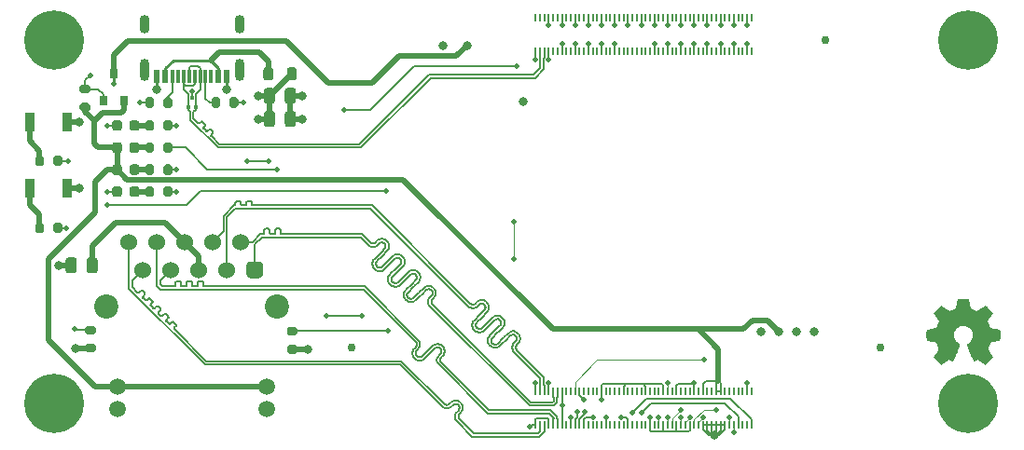
<source format=gtl>
G04 #@! TF.GenerationSoftware,KiCad,Pcbnew,(5.1.9)-1*
G04 #@! TF.CreationDate,2021-09-17T14:30:20-04:00*
G04 #@! TF.ProjectId,cm4-carrier-template,636d342d-6361-4727-9269-65722d74656d,rev?*
G04 #@! TF.SameCoordinates,Original*
G04 #@! TF.FileFunction,Copper,L1,Top*
G04 #@! TF.FilePolarity,Positive*
%FSLAX46Y46*%
G04 Gerber Fmt 4.6, Leading zero omitted, Abs format (unit mm)*
G04 Created by KiCad (PCBNEW (5.1.9)-1) date 2021-09-17 14:30:20*
%MOMM*%
%LPD*%
G01*
G04 APERTURE LIST*
G04 #@! TA.AperFunction,EtchedComponent*
%ADD10C,0.010000*%
G04 #@! TD*
G04 #@! TA.AperFunction,SMDPad,CuDef*
%ADD11R,0.600000X1.160000*%
G04 #@! TD*
G04 #@! TA.AperFunction,SMDPad,CuDef*
%ADD12R,0.300000X1.160000*%
G04 #@! TD*
G04 #@! TA.AperFunction,ComponentPad*
%ADD13O,0.900000X1.700000*%
G04 #@! TD*
G04 #@! TA.AperFunction,ComponentPad*
%ADD14O,0.900000X2.000000*%
G04 #@! TD*
G04 #@! TA.AperFunction,SMDPad,CuDef*
%ADD15R,0.200000X0.700000*%
G04 #@! TD*
G04 #@! TA.AperFunction,SMDPad,CuDef*
%ADD16R,0.800000X0.900000*%
G04 #@! TD*
G04 #@! TA.AperFunction,SMDPad,CuDef*
%ADD17R,0.900000X1.700000*%
G04 #@! TD*
G04 #@! TA.AperFunction,ComponentPad*
%ADD18C,2.200000*%
G04 #@! TD*
G04 #@! TA.AperFunction,ComponentPad*
%ADD19C,1.500000*%
G04 #@! TD*
G04 #@! TA.AperFunction,ComponentPad*
%ADD20C,1.524000*%
G04 #@! TD*
G04 #@! TA.AperFunction,ComponentPad*
%ADD21C,0.800000*%
G04 #@! TD*
G04 #@! TA.AperFunction,ComponentPad*
%ADD22C,5.400000*%
G04 #@! TD*
G04 #@! TA.AperFunction,SMDPad,CuDef*
%ADD23R,0.300000X0.300000*%
G04 #@! TD*
G04 #@! TA.AperFunction,SMDPad,CuDef*
%ADD24C,0.750000*%
G04 #@! TD*
G04 #@! TA.AperFunction,ViaPad*
%ADD25C,0.500000*%
G04 #@! TD*
G04 #@! TA.AperFunction,ViaPad*
%ADD26C,0.800000*%
G04 #@! TD*
G04 #@! TA.AperFunction,Conductor*
%ADD27C,0.152400*%
G04 #@! TD*
G04 #@! TA.AperFunction,Conductor*
%ADD28C,0.254000*%
G04 #@! TD*
G04 #@! TA.AperFunction,Conductor*
%ADD29C,0.508000*%
G04 #@! TD*
G04 #@! TA.AperFunction,Conductor*
%ADD30C,0.101600*%
G04 #@! TD*
G04 APERTURE END LIST*
D10*
G04 #@! TO.C,LOGO1*
G36*
X166555814Y-121468931D02*
G01*
X166639635Y-121913555D01*
X166948920Y-122041053D01*
X167258206Y-122168551D01*
X167629246Y-121916246D01*
X167733157Y-121845996D01*
X167827087Y-121783272D01*
X167906652Y-121730938D01*
X167967470Y-121691857D01*
X168005157Y-121668893D01*
X168015421Y-121663942D01*
X168033910Y-121676676D01*
X168073420Y-121711882D01*
X168129522Y-121765062D01*
X168197787Y-121831718D01*
X168273786Y-121907354D01*
X168353092Y-121987472D01*
X168431275Y-122067574D01*
X168503907Y-122143164D01*
X168566559Y-122209745D01*
X168614803Y-122262818D01*
X168644210Y-122297887D01*
X168651241Y-122309623D01*
X168641123Y-122331260D01*
X168612759Y-122378662D01*
X168569129Y-122447193D01*
X168513218Y-122532215D01*
X168448006Y-122629093D01*
X168410219Y-122684350D01*
X168341343Y-122785248D01*
X168280140Y-122876299D01*
X168229578Y-122952970D01*
X168192628Y-123010728D01*
X168172258Y-123045043D01*
X168169197Y-123052254D01*
X168176136Y-123072748D01*
X168195051Y-123120513D01*
X168223087Y-123188832D01*
X168257391Y-123270989D01*
X168295109Y-123360270D01*
X168333387Y-123449958D01*
X168369370Y-123533338D01*
X168400206Y-123603694D01*
X168423039Y-123654310D01*
X168435017Y-123678471D01*
X168435724Y-123679422D01*
X168454531Y-123684036D01*
X168504618Y-123694328D01*
X168580793Y-123709287D01*
X168677865Y-123727901D01*
X168790643Y-123749159D01*
X168856442Y-123761418D01*
X168976950Y-123784362D01*
X169085797Y-123806195D01*
X169177476Y-123825722D01*
X169246481Y-123841748D01*
X169287304Y-123853079D01*
X169295511Y-123856674D01*
X169303548Y-123881006D01*
X169310033Y-123935959D01*
X169314970Y-124015108D01*
X169318364Y-124112026D01*
X169320218Y-124220287D01*
X169320538Y-124333465D01*
X169319327Y-124445135D01*
X169316590Y-124548868D01*
X169312331Y-124638241D01*
X169306555Y-124706826D01*
X169299267Y-124748197D01*
X169294895Y-124756810D01*
X169268764Y-124767133D01*
X169213393Y-124781892D01*
X169136107Y-124799352D01*
X169044230Y-124817780D01*
X169012158Y-124823741D01*
X168857524Y-124852066D01*
X168735375Y-124874876D01*
X168641673Y-124893080D01*
X168572384Y-124907583D01*
X168523471Y-124919292D01*
X168490897Y-124929115D01*
X168470628Y-124937956D01*
X168458626Y-124946724D01*
X168456947Y-124948457D01*
X168440184Y-124976371D01*
X168414614Y-125030695D01*
X168382788Y-125104777D01*
X168347260Y-125191965D01*
X168310583Y-125285608D01*
X168275311Y-125379052D01*
X168243996Y-125465647D01*
X168219193Y-125538740D01*
X168203454Y-125591678D01*
X168199332Y-125617811D01*
X168199676Y-125618726D01*
X168213641Y-125640086D01*
X168245322Y-125687084D01*
X168291391Y-125754827D01*
X168348518Y-125838423D01*
X168413373Y-125932982D01*
X168431843Y-125959854D01*
X168497699Y-126057275D01*
X168555650Y-126146163D01*
X168602538Y-126221412D01*
X168635207Y-126277920D01*
X168650500Y-126310581D01*
X168651241Y-126314593D01*
X168638392Y-126335684D01*
X168602888Y-126377464D01*
X168549293Y-126435445D01*
X168482171Y-126505135D01*
X168406087Y-126582045D01*
X168325604Y-126661683D01*
X168245287Y-126739561D01*
X168169699Y-126811186D01*
X168103405Y-126872070D01*
X168050969Y-126917721D01*
X168016955Y-126943650D01*
X168007545Y-126947883D01*
X167985643Y-126937912D01*
X167940800Y-126911020D01*
X167880321Y-126871736D01*
X167833789Y-126840117D01*
X167749475Y-126782098D01*
X167649626Y-126713784D01*
X167549473Y-126645579D01*
X167495627Y-126609075D01*
X167313371Y-126485800D01*
X167160381Y-126568520D01*
X167090682Y-126604759D01*
X167031414Y-126632926D01*
X166991311Y-126648991D01*
X166981103Y-126651226D01*
X166968829Y-126634722D01*
X166944613Y-126588082D01*
X166910263Y-126515609D01*
X166867588Y-126421606D01*
X166818394Y-126310374D01*
X166764490Y-126186215D01*
X166707684Y-126053432D01*
X166649782Y-125916327D01*
X166592593Y-125779202D01*
X166537924Y-125646358D01*
X166487584Y-125522098D01*
X166443380Y-125410725D01*
X166407119Y-125316539D01*
X166380609Y-125243844D01*
X166365658Y-125196941D01*
X166363254Y-125180833D01*
X166382311Y-125160286D01*
X166424036Y-125126933D01*
X166479706Y-125087702D01*
X166484378Y-125084599D01*
X166628264Y-124969423D01*
X166744283Y-124835053D01*
X166831430Y-124685784D01*
X166888699Y-124525913D01*
X166915086Y-124359737D01*
X166909585Y-124191552D01*
X166871190Y-124025655D01*
X166798895Y-123866342D01*
X166777626Y-123831487D01*
X166666996Y-123690737D01*
X166536302Y-123577714D01*
X166390064Y-123493003D01*
X166232808Y-123437194D01*
X166069057Y-123410874D01*
X165903333Y-123414630D01*
X165740162Y-123449050D01*
X165584065Y-123514723D01*
X165439567Y-123612235D01*
X165394869Y-123651813D01*
X165281112Y-123775703D01*
X165198218Y-123906124D01*
X165141356Y-124052315D01*
X165109687Y-124197088D01*
X165101869Y-124359860D01*
X165127938Y-124523440D01*
X165185245Y-124682298D01*
X165271144Y-124830906D01*
X165382986Y-124963735D01*
X165518123Y-125075256D01*
X165535883Y-125087011D01*
X165592150Y-125125508D01*
X165634923Y-125158863D01*
X165655372Y-125180160D01*
X165655669Y-125180833D01*
X165651279Y-125203871D01*
X165633876Y-125256157D01*
X165605268Y-125333390D01*
X165567265Y-125431268D01*
X165521674Y-125545491D01*
X165470303Y-125671758D01*
X165414962Y-125805767D01*
X165357458Y-125943218D01*
X165299601Y-126079808D01*
X165243198Y-126211237D01*
X165190058Y-126333205D01*
X165141990Y-126441409D01*
X165100801Y-126531549D01*
X165068301Y-126599323D01*
X165046297Y-126640430D01*
X165037436Y-126651226D01*
X165010360Y-126642819D01*
X164959697Y-126620272D01*
X164894183Y-126587613D01*
X164858159Y-126568520D01*
X164705168Y-126485800D01*
X164522912Y-126609075D01*
X164429875Y-126672228D01*
X164328015Y-126741727D01*
X164232562Y-126807165D01*
X164184750Y-126840117D01*
X164117505Y-126885273D01*
X164060564Y-126921057D01*
X164021354Y-126942938D01*
X164008619Y-126947563D01*
X163990083Y-126935085D01*
X163949059Y-126900252D01*
X163889525Y-126846678D01*
X163815458Y-126777983D01*
X163730835Y-126697781D01*
X163677315Y-126646286D01*
X163583681Y-126554286D01*
X163502759Y-126471999D01*
X163437823Y-126402945D01*
X163392142Y-126350644D01*
X163368989Y-126318616D01*
X163366768Y-126312116D01*
X163377076Y-126287394D01*
X163405561Y-126237405D01*
X163449063Y-126167212D01*
X163504423Y-126081875D01*
X163568480Y-125986456D01*
X163586697Y-125959854D01*
X163653073Y-125863167D01*
X163712622Y-125776117D01*
X163762016Y-125703595D01*
X163797925Y-125650493D01*
X163817019Y-125621703D01*
X163818864Y-125618726D01*
X163816105Y-125595782D01*
X163801462Y-125545336D01*
X163777487Y-125474041D01*
X163746734Y-125388547D01*
X163711756Y-125295507D01*
X163675107Y-125201574D01*
X163639339Y-125113399D01*
X163607006Y-125037634D01*
X163580662Y-124980931D01*
X163562858Y-124949943D01*
X163561593Y-124948457D01*
X163550706Y-124939601D01*
X163532318Y-124930843D01*
X163502394Y-124921277D01*
X163456897Y-124909996D01*
X163391791Y-124896093D01*
X163303039Y-124878663D01*
X163186607Y-124856798D01*
X163038458Y-124829591D01*
X163006382Y-124823741D01*
X162911314Y-124805374D01*
X162828435Y-124787405D01*
X162765070Y-124771569D01*
X162728542Y-124759600D01*
X162723644Y-124756810D01*
X162715573Y-124732072D01*
X162709013Y-124676790D01*
X162703967Y-124597389D01*
X162700441Y-124500296D01*
X162698439Y-124391938D01*
X162697964Y-124278740D01*
X162699023Y-124167128D01*
X162701618Y-124063529D01*
X162705754Y-123974368D01*
X162711437Y-123906072D01*
X162718669Y-123865066D01*
X162723029Y-123856674D01*
X162747302Y-123848208D01*
X162802574Y-123834435D01*
X162883338Y-123816550D01*
X162984088Y-123795748D01*
X163099317Y-123773223D01*
X163162098Y-123761418D01*
X163281213Y-123739151D01*
X163387435Y-123718979D01*
X163475573Y-123701915D01*
X163540434Y-123688969D01*
X163576826Y-123681155D01*
X163582816Y-123679422D01*
X163592939Y-123659890D01*
X163614338Y-123612843D01*
X163644161Y-123545003D01*
X163679555Y-123463091D01*
X163717668Y-123373828D01*
X163755647Y-123283935D01*
X163790640Y-123200135D01*
X163819794Y-123129147D01*
X163840257Y-123077694D01*
X163849177Y-123052497D01*
X163849343Y-123051396D01*
X163839231Y-123031519D01*
X163810883Y-122985777D01*
X163767277Y-122918717D01*
X163711394Y-122834884D01*
X163646213Y-122738826D01*
X163608321Y-122683650D01*
X163539275Y-122582481D01*
X163477950Y-122490630D01*
X163427337Y-122412744D01*
X163390429Y-122353469D01*
X163370218Y-122317451D01*
X163367299Y-122309377D01*
X163379847Y-122290584D01*
X163414537Y-122250457D01*
X163466937Y-122193493D01*
X163532616Y-122124185D01*
X163607144Y-122047031D01*
X163686087Y-121966525D01*
X163765017Y-121887163D01*
X163839500Y-121813440D01*
X163905106Y-121749852D01*
X163957404Y-121700894D01*
X163991961Y-121671061D01*
X164003522Y-121663942D01*
X164022346Y-121673953D01*
X164067369Y-121702078D01*
X164134213Y-121745454D01*
X164218501Y-121801218D01*
X164315856Y-121866506D01*
X164389293Y-121916246D01*
X164760333Y-122168551D01*
X165378905Y-121913555D01*
X165462725Y-121468931D01*
X165546546Y-121024307D01*
X166471994Y-121024307D01*
X166555814Y-121468931D01*
G37*
X166555814Y-121468931D02*
X166639635Y-121913555D01*
X166948920Y-122041053D01*
X167258206Y-122168551D01*
X167629246Y-121916246D01*
X167733157Y-121845996D01*
X167827087Y-121783272D01*
X167906652Y-121730938D01*
X167967470Y-121691857D01*
X168005157Y-121668893D01*
X168015421Y-121663942D01*
X168033910Y-121676676D01*
X168073420Y-121711882D01*
X168129522Y-121765062D01*
X168197787Y-121831718D01*
X168273786Y-121907354D01*
X168353092Y-121987472D01*
X168431275Y-122067574D01*
X168503907Y-122143164D01*
X168566559Y-122209745D01*
X168614803Y-122262818D01*
X168644210Y-122297887D01*
X168651241Y-122309623D01*
X168641123Y-122331260D01*
X168612759Y-122378662D01*
X168569129Y-122447193D01*
X168513218Y-122532215D01*
X168448006Y-122629093D01*
X168410219Y-122684350D01*
X168341343Y-122785248D01*
X168280140Y-122876299D01*
X168229578Y-122952970D01*
X168192628Y-123010728D01*
X168172258Y-123045043D01*
X168169197Y-123052254D01*
X168176136Y-123072748D01*
X168195051Y-123120513D01*
X168223087Y-123188832D01*
X168257391Y-123270989D01*
X168295109Y-123360270D01*
X168333387Y-123449958D01*
X168369370Y-123533338D01*
X168400206Y-123603694D01*
X168423039Y-123654310D01*
X168435017Y-123678471D01*
X168435724Y-123679422D01*
X168454531Y-123684036D01*
X168504618Y-123694328D01*
X168580793Y-123709287D01*
X168677865Y-123727901D01*
X168790643Y-123749159D01*
X168856442Y-123761418D01*
X168976950Y-123784362D01*
X169085797Y-123806195D01*
X169177476Y-123825722D01*
X169246481Y-123841748D01*
X169287304Y-123853079D01*
X169295511Y-123856674D01*
X169303548Y-123881006D01*
X169310033Y-123935959D01*
X169314970Y-124015108D01*
X169318364Y-124112026D01*
X169320218Y-124220287D01*
X169320538Y-124333465D01*
X169319327Y-124445135D01*
X169316590Y-124548868D01*
X169312331Y-124638241D01*
X169306555Y-124706826D01*
X169299267Y-124748197D01*
X169294895Y-124756810D01*
X169268764Y-124767133D01*
X169213393Y-124781892D01*
X169136107Y-124799352D01*
X169044230Y-124817780D01*
X169012158Y-124823741D01*
X168857524Y-124852066D01*
X168735375Y-124874876D01*
X168641673Y-124893080D01*
X168572384Y-124907583D01*
X168523471Y-124919292D01*
X168490897Y-124929115D01*
X168470628Y-124937956D01*
X168458626Y-124946724D01*
X168456947Y-124948457D01*
X168440184Y-124976371D01*
X168414614Y-125030695D01*
X168382788Y-125104777D01*
X168347260Y-125191965D01*
X168310583Y-125285608D01*
X168275311Y-125379052D01*
X168243996Y-125465647D01*
X168219193Y-125538740D01*
X168203454Y-125591678D01*
X168199332Y-125617811D01*
X168199676Y-125618726D01*
X168213641Y-125640086D01*
X168245322Y-125687084D01*
X168291391Y-125754827D01*
X168348518Y-125838423D01*
X168413373Y-125932982D01*
X168431843Y-125959854D01*
X168497699Y-126057275D01*
X168555650Y-126146163D01*
X168602538Y-126221412D01*
X168635207Y-126277920D01*
X168650500Y-126310581D01*
X168651241Y-126314593D01*
X168638392Y-126335684D01*
X168602888Y-126377464D01*
X168549293Y-126435445D01*
X168482171Y-126505135D01*
X168406087Y-126582045D01*
X168325604Y-126661683D01*
X168245287Y-126739561D01*
X168169699Y-126811186D01*
X168103405Y-126872070D01*
X168050969Y-126917721D01*
X168016955Y-126943650D01*
X168007545Y-126947883D01*
X167985643Y-126937912D01*
X167940800Y-126911020D01*
X167880321Y-126871736D01*
X167833789Y-126840117D01*
X167749475Y-126782098D01*
X167649626Y-126713784D01*
X167549473Y-126645579D01*
X167495627Y-126609075D01*
X167313371Y-126485800D01*
X167160381Y-126568520D01*
X167090682Y-126604759D01*
X167031414Y-126632926D01*
X166991311Y-126648991D01*
X166981103Y-126651226D01*
X166968829Y-126634722D01*
X166944613Y-126588082D01*
X166910263Y-126515609D01*
X166867588Y-126421606D01*
X166818394Y-126310374D01*
X166764490Y-126186215D01*
X166707684Y-126053432D01*
X166649782Y-125916327D01*
X166592593Y-125779202D01*
X166537924Y-125646358D01*
X166487584Y-125522098D01*
X166443380Y-125410725D01*
X166407119Y-125316539D01*
X166380609Y-125243844D01*
X166365658Y-125196941D01*
X166363254Y-125180833D01*
X166382311Y-125160286D01*
X166424036Y-125126933D01*
X166479706Y-125087702D01*
X166484378Y-125084599D01*
X166628264Y-124969423D01*
X166744283Y-124835053D01*
X166831430Y-124685784D01*
X166888699Y-124525913D01*
X166915086Y-124359737D01*
X166909585Y-124191552D01*
X166871190Y-124025655D01*
X166798895Y-123866342D01*
X166777626Y-123831487D01*
X166666996Y-123690737D01*
X166536302Y-123577714D01*
X166390064Y-123493003D01*
X166232808Y-123437194D01*
X166069057Y-123410874D01*
X165903333Y-123414630D01*
X165740162Y-123449050D01*
X165584065Y-123514723D01*
X165439567Y-123612235D01*
X165394869Y-123651813D01*
X165281112Y-123775703D01*
X165198218Y-123906124D01*
X165141356Y-124052315D01*
X165109687Y-124197088D01*
X165101869Y-124359860D01*
X165127938Y-124523440D01*
X165185245Y-124682298D01*
X165271144Y-124830906D01*
X165382986Y-124963735D01*
X165518123Y-125075256D01*
X165535883Y-125087011D01*
X165592150Y-125125508D01*
X165634923Y-125158863D01*
X165655372Y-125180160D01*
X165655669Y-125180833D01*
X165651279Y-125203871D01*
X165633876Y-125256157D01*
X165605268Y-125333390D01*
X165567265Y-125431268D01*
X165521674Y-125545491D01*
X165470303Y-125671758D01*
X165414962Y-125805767D01*
X165357458Y-125943218D01*
X165299601Y-126079808D01*
X165243198Y-126211237D01*
X165190058Y-126333205D01*
X165141990Y-126441409D01*
X165100801Y-126531549D01*
X165068301Y-126599323D01*
X165046297Y-126640430D01*
X165037436Y-126651226D01*
X165010360Y-126642819D01*
X164959697Y-126620272D01*
X164894183Y-126587613D01*
X164858159Y-126568520D01*
X164705168Y-126485800D01*
X164522912Y-126609075D01*
X164429875Y-126672228D01*
X164328015Y-126741727D01*
X164232562Y-126807165D01*
X164184750Y-126840117D01*
X164117505Y-126885273D01*
X164060564Y-126921057D01*
X164021354Y-126942938D01*
X164008619Y-126947563D01*
X163990083Y-126935085D01*
X163949059Y-126900252D01*
X163889525Y-126846678D01*
X163815458Y-126777983D01*
X163730835Y-126697781D01*
X163677315Y-126646286D01*
X163583681Y-126554286D01*
X163502759Y-126471999D01*
X163437823Y-126402945D01*
X163392142Y-126350644D01*
X163368989Y-126318616D01*
X163366768Y-126312116D01*
X163377076Y-126287394D01*
X163405561Y-126237405D01*
X163449063Y-126167212D01*
X163504423Y-126081875D01*
X163568480Y-125986456D01*
X163586697Y-125959854D01*
X163653073Y-125863167D01*
X163712622Y-125776117D01*
X163762016Y-125703595D01*
X163797925Y-125650493D01*
X163817019Y-125621703D01*
X163818864Y-125618726D01*
X163816105Y-125595782D01*
X163801462Y-125545336D01*
X163777487Y-125474041D01*
X163746734Y-125388547D01*
X163711756Y-125295507D01*
X163675107Y-125201574D01*
X163639339Y-125113399D01*
X163607006Y-125037634D01*
X163580662Y-124980931D01*
X163562858Y-124949943D01*
X163561593Y-124948457D01*
X163550706Y-124939601D01*
X163532318Y-124930843D01*
X163502394Y-124921277D01*
X163456897Y-124909996D01*
X163391791Y-124896093D01*
X163303039Y-124878663D01*
X163186607Y-124856798D01*
X163038458Y-124829591D01*
X163006382Y-124823741D01*
X162911314Y-124805374D01*
X162828435Y-124787405D01*
X162765070Y-124771569D01*
X162728542Y-124759600D01*
X162723644Y-124756810D01*
X162715573Y-124732072D01*
X162709013Y-124676790D01*
X162703967Y-124597389D01*
X162700441Y-124500296D01*
X162698439Y-124391938D01*
X162697964Y-124278740D01*
X162699023Y-124167128D01*
X162701618Y-124063529D01*
X162705754Y-123974368D01*
X162711437Y-123906072D01*
X162718669Y-123865066D01*
X162723029Y-123856674D01*
X162747302Y-123848208D01*
X162802574Y-123834435D01*
X162883338Y-123816550D01*
X162984088Y-123795748D01*
X163099317Y-123773223D01*
X163162098Y-123761418D01*
X163281213Y-123739151D01*
X163387435Y-123718979D01*
X163475573Y-123701915D01*
X163540434Y-123688969D01*
X163576826Y-123681155D01*
X163582816Y-123679422D01*
X163592939Y-123659890D01*
X163614338Y-123612843D01*
X163644161Y-123545003D01*
X163679555Y-123463091D01*
X163717668Y-123373828D01*
X163755647Y-123283935D01*
X163790640Y-123200135D01*
X163819794Y-123129147D01*
X163840257Y-123077694D01*
X163849177Y-123052497D01*
X163849343Y-123051396D01*
X163839231Y-123031519D01*
X163810883Y-122985777D01*
X163767277Y-122918717D01*
X163711394Y-122834884D01*
X163646213Y-122738826D01*
X163608321Y-122683650D01*
X163539275Y-122582481D01*
X163477950Y-122490630D01*
X163427337Y-122412744D01*
X163390429Y-122353469D01*
X163370218Y-122317451D01*
X163367299Y-122309377D01*
X163379847Y-122290584D01*
X163414537Y-122250457D01*
X163466937Y-122193493D01*
X163532616Y-122124185D01*
X163607144Y-122047031D01*
X163686087Y-121966525D01*
X163765017Y-121887163D01*
X163839500Y-121813440D01*
X163905106Y-121749852D01*
X163957404Y-121700894D01*
X163991961Y-121671061D01*
X164003522Y-121663942D01*
X164022346Y-121673953D01*
X164067369Y-121702078D01*
X164134213Y-121745454D01*
X164218501Y-121801218D01*
X164315856Y-121866506D01*
X164389293Y-121916246D01*
X164760333Y-122168551D01*
X165378905Y-121913555D01*
X165462725Y-121468931D01*
X165546546Y-121024307D01*
X166471994Y-121024307D01*
X166555814Y-121468931D01*
G04 #@! TD*
D11*
G04 #@! TO.P,J1,A12*
G04 #@! TO.N,GND*
X92800000Y-100810000D03*
G04 #@! TO.P,J1,A9*
G04 #@! TO.N,/USB_VBUS*
X93600000Y-100810000D03*
G04 #@! TO.P,J1,B1*
G04 #@! TO.N,GND*
X92800000Y-100810000D03*
G04 #@! TO.P,J1,B4*
G04 #@! TO.N,/USB_VBUS*
X93600000Y-100810000D03*
G04 #@! TO.P,J1,B12*
G04 #@! TO.N,GND*
X99200000Y-100810000D03*
G04 #@! TO.P,J1,A1*
X99200000Y-100810000D03*
G04 #@! TO.P,J1,B9*
G04 #@! TO.N,/USB_VBUS*
X98400000Y-100810000D03*
G04 #@! TO.P,J1,A4*
X98400000Y-100810000D03*
D12*
G04 #@! TO.P,J1,B5*
G04 #@! TO.N,Net-(J1-PadB5)*
X94250000Y-100810000D03*
G04 #@! TO.P,J1,B6*
G04 #@! TO.N,/USB_D+*
X95250000Y-100810000D03*
G04 #@! TO.P,J1,A8*
G04 #@! TO.N,Net-(J1-PadA8)*
X94750000Y-100810000D03*
G04 #@! TO.P,J1,A5*
G04 #@! TO.N,Net-(J1-PadA5)*
X97250000Y-100810000D03*
G04 #@! TO.P,J1,B8*
G04 #@! TO.N,Net-(J1-PadB8)*
X97750000Y-100810000D03*
G04 #@! TO.P,J1,A7*
G04 #@! TO.N,/USB_D-*
X95750000Y-100810000D03*
G04 #@! TO.P,J1,A6*
G04 #@! TO.N,/USB_D+*
X96250000Y-100810000D03*
G04 #@! TO.P,J1,B7*
G04 #@! TO.N,/USB_D-*
X96750000Y-100810000D03*
D13*
G04 #@! TO.P,J1,S1*
G04 #@! TO.N,Net-(J1-PadS1)*
X91680000Y-96060000D03*
X100320000Y-96060000D03*
D14*
X91680000Y-100230000D03*
X100320000Y-100230000D03*
G04 #@! TD*
D15*
G04 #@! TO.P,U5,1*
G04 #@! TO.N,GND*
X127200000Y-132500000D03*
G04 #@! TO.P,U5,2*
X127200000Y-129420000D03*
G04 #@! TO.P,U5,3*
G04 #@! TO.N,/E0_TR3+*
X127600000Y-132500000D03*
G04 #@! TO.P,U5,4*
G04 #@! TO.N,/E0_TR1+*
X127600000Y-129420000D03*
G04 #@! TO.P,U5,5*
G04 #@! TO.N,/E0_TR3-*
X128000000Y-132500000D03*
G04 #@! TO.P,U5,6*
G04 #@! TO.N,/E0_TR1-*
X128000000Y-129420000D03*
G04 #@! TO.P,U5,7*
G04 #@! TO.N,GND*
X128400000Y-132500000D03*
G04 #@! TO.P,U5,8*
X128400000Y-129420000D03*
G04 #@! TO.P,U5,9*
G04 #@! TO.N,/E0_TR2-*
X128800000Y-132500000D03*
G04 #@! TO.P,U5,10*
G04 #@! TO.N,/E0_TR0-*
X128800000Y-129420000D03*
G04 #@! TO.P,U5,11*
G04 #@! TO.N,/E0_TR2+*
X129200000Y-132500000D03*
G04 #@! TO.P,U5,12*
G04 #@! TO.N,/E0_TR0+*
X129200000Y-129420000D03*
G04 #@! TO.P,U5,13*
G04 #@! TO.N,GND*
X129600000Y-132500000D03*
G04 #@! TO.P,U5,14*
X129600000Y-129420000D03*
G04 #@! TO.P,U5,15*
G04 #@! TO.N,/E0_LEDL*
X130000000Y-132500000D03*
G04 #@! TO.P,U5,16*
G04 #@! TO.N,Net-(U5-Pad16)*
X130000000Y-129420000D03*
G04 #@! TO.P,U5,17*
G04 #@! TO.N,/~E0_LEDL*
X130400000Y-132500000D03*
G04 #@! TO.P,U5,18*
G04 #@! TO.N,Net-(U5-Pad18)*
X130400000Y-129420000D03*
G04 #@! TO.P,U5,19*
G04 #@! TO.N,/~E0_LEDR*
X130800000Y-132500000D03*
G04 #@! TO.P,U5,20*
G04 #@! TO.N,Net-(JP4-Pad2)*
X130800000Y-129420000D03*
G04 #@! TO.P,U5,21*
G04 #@! TO.N,/PI_LED_nACT*
X131200000Y-132500000D03*
G04 #@! TO.P,U5,22*
G04 #@! TO.N,GND*
X131200000Y-129420000D03*
G04 #@! TO.P,U5,23*
X131600000Y-132500000D03*
G04 #@! TO.P,U5,24*
G04 #@! TO.N,Net-(U5-Pad24)*
X131600000Y-129420000D03*
G04 #@! TO.P,U5,25*
G04 #@! TO.N,Net-(U5-Pad25)*
X132000000Y-132500000D03*
G04 #@! TO.P,U5,26*
G04 #@! TO.N,Net-(U5-Pad26)*
X132000000Y-129420000D03*
G04 #@! TO.P,U5,27*
G04 #@! TO.N,Net-(U5-Pad27)*
X132400000Y-132500000D03*
G04 #@! TO.P,U5,28*
G04 #@! TO.N,Net-(U5-Pad28)*
X132400000Y-129420000D03*
G04 #@! TO.P,U5,29*
G04 #@! TO.N,Net-(U5-Pad29)*
X132800000Y-132500000D03*
G04 #@! TO.P,U5,30*
G04 #@! TO.N,Net-(U5-Pad30)*
X132800000Y-129420000D03*
G04 #@! TO.P,U5,31*
G04 #@! TO.N,Net-(U5-Pad31)*
X133200000Y-132500000D03*
G04 #@! TO.P,U5,32*
G04 #@! TO.N,GND*
X133200000Y-129420000D03*
G04 #@! TO.P,U5,33*
X133600000Y-132500000D03*
G04 #@! TO.P,U5,34*
G04 #@! TO.N,Net-(U5-Pad34)*
X133600000Y-129420000D03*
G04 #@! TO.P,U5,35*
G04 #@! TO.N,Net-(U5-Pad35)*
X134000000Y-132500000D03*
G04 #@! TO.P,U5,36*
G04 #@! TO.N,Net-(U5-Pad36)*
X134000000Y-129420000D03*
G04 #@! TO.P,U5,37*
G04 #@! TO.N,Net-(U5-Pad37)*
X134400000Y-132500000D03*
G04 #@! TO.P,U5,38*
G04 #@! TO.N,Net-(U5-Pad38)*
X134400000Y-129420000D03*
G04 #@! TO.P,U5,39*
G04 #@! TO.N,Net-(U5-Pad39)*
X134800000Y-132500000D03*
G04 #@! TO.P,U5,40*
G04 #@! TO.N,Net-(U5-Pad40)*
X134800000Y-129420000D03*
G04 #@! TO.P,U5,41*
G04 #@! TO.N,Net-(U5-Pad41)*
X135200000Y-132500000D03*
G04 #@! TO.P,U5,42*
G04 #@! TO.N,GND*
X135200000Y-129420000D03*
G04 #@! TO.P,U5,43*
X135600000Y-132500000D03*
G04 #@! TO.P,U5,44*
G04 #@! TO.N,Net-(U5-Pad44)*
X135600000Y-129420000D03*
G04 #@! TO.P,U5,45*
G04 #@! TO.N,Net-(U5-Pad45)*
X136000000Y-132500000D03*
G04 #@! TO.P,U5,46*
G04 #@! TO.N,Net-(U5-Pad46)*
X136000000Y-129420000D03*
G04 #@! TO.P,U5,47*
G04 #@! TO.N,Net-(U5-Pad47)*
X136400000Y-132500000D03*
G04 #@! TO.P,U5,48*
G04 #@! TO.N,Net-(U5-Pad48)*
X136400000Y-129420000D03*
G04 #@! TO.P,U5,49*
G04 #@! TO.N,Net-(U5-Pad49)*
X136800000Y-132500000D03*
G04 #@! TO.P,U5,50*
G04 #@! TO.N,Net-(U5-Pad50)*
X136800000Y-129420000D03*
G04 #@! TO.P,U5,51*
G04 #@! TO.N,Net-(U5-Pad51)*
X137200000Y-132500000D03*
G04 #@! TO.P,U5,52*
G04 #@! TO.N,GND*
X137200000Y-129420000D03*
G04 #@! TO.P,U5,53*
X137600000Y-132500000D03*
G04 #@! TO.P,U5,54*
G04 #@! TO.N,Net-(U5-Pad54)*
X137600000Y-129420000D03*
G04 #@! TO.P,U5,55*
G04 #@! TO.N,Net-(U5-Pad55)*
X138000000Y-132500000D03*
G04 #@! TO.P,U5,56*
G04 #@! TO.N,Net-(U5-Pad56)*
X138000000Y-129420000D03*
G04 #@! TO.P,U5,57*
G04 #@! TO.N,/SD_CLK*
X138400000Y-132500000D03*
G04 #@! TO.P,U5,58*
G04 #@! TO.N,Net-(U5-Pad58)*
X138400000Y-129420000D03*
G04 #@! TO.P,U5,59*
G04 #@! TO.N,GND*
X138800000Y-132500000D03*
G04 #@! TO.P,U5,60*
X138800000Y-129420000D03*
G04 #@! TO.P,U5,61*
G04 #@! TO.N,/SD_D3*
X139200000Y-132500000D03*
G04 #@! TO.P,U5,62*
G04 #@! TO.N,/SD_CMD*
X139200000Y-129420000D03*
G04 #@! TO.P,U5,63*
G04 #@! TO.N,/SD_D0*
X139600000Y-132500000D03*
G04 #@! TO.P,U5,64*
G04 #@! TO.N,Net-(U5-Pad64)*
X139600000Y-129420000D03*
G04 #@! TO.P,U5,65*
G04 #@! TO.N,GND*
X140000000Y-132500000D03*
G04 #@! TO.P,U5,66*
X140000000Y-129420000D03*
G04 #@! TO.P,U5,67*
G04 #@! TO.N,/SD_D1*
X140400000Y-132500000D03*
G04 #@! TO.P,U5,68*
G04 #@! TO.N,Net-(U5-Pad68)*
X140400000Y-129420000D03*
G04 #@! TO.P,U5,69*
G04 #@! TO.N,/SD_D2*
X140800000Y-132500000D03*
G04 #@! TO.P,U5,70*
G04 #@! TO.N,Net-(U5-Pad70)*
X140800000Y-129420000D03*
G04 #@! TO.P,U5,71*
G04 #@! TO.N,GND*
X141200000Y-132500000D03*
G04 #@! TO.P,U5,72*
G04 #@! TO.N,Net-(U5-Pad72)*
X141200000Y-129420000D03*
G04 #@! TO.P,U5,73*
G04 #@! TO.N,Net-(JP1-Pad2)*
X141600000Y-132500000D03*
G04 #@! TO.P,U5,74*
G04 #@! TO.N,GND*
X141600000Y-129420000D03*
G04 #@! TO.P,U5,75*
G04 #@! TO.N,/SD_PWR_ON*
X142000000Y-132500000D03*
G04 #@! TO.P,U5,76*
G04 #@! TO.N,Net-(U5-Pad76)*
X142000000Y-129420000D03*
G04 #@! TO.P,U5,77*
G04 #@! TO.N,+5V*
X142400000Y-132500000D03*
G04 #@! TO.P,U5,78*
G04 #@! TO.N,+3V3*
X142400000Y-129420000D03*
G04 #@! TO.P,U5,79*
G04 #@! TO.N,+5V*
X142800000Y-132500000D03*
G04 #@! TO.P,U5,80*
G04 #@! TO.N,Net-(U5-Pad80)*
X142800000Y-129420000D03*
G04 #@! TO.P,U5,81*
G04 #@! TO.N,+5V*
X143200000Y-132500000D03*
G04 #@! TO.P,U5,82*
G04 #@! TO.N,Net-(U5-Pad82)*
X143200000Y-129420000D03*
G04 #@! TO.P,U5,83*
G04 #@! TO.N,+5V*
X143600000Y-132500000D03*
G04 #@! TO.P,U5,84*
G04 #@! TO.N,+3V3*
X143600000Y-129420000D03*
G04 #@! TO.P,U5,85*
G04 #@! TO.N,+5V*
X144000000Y-132500000D03*
G04 #@! TO.P,U5,86*
G04 #@! TO.N,+3V3*
X144000000Y-129420000D03*
G04 #@! TO.P,U5,87*
G04 #@! TO.N,+5V*
X144400000Y-132500000D03*
G04 #@! TO.P,U5,88*
G04 #@! TO.N,Net-(U5-Pad88)*
X144400000Y-129420000D03*
G04 #@! TO.P,U5,89*
G04 #@! TO.N,Net-(JP2-Pad2)*
X144800000Y-132500000D03*
G04 #@! TO.P,U5,90*
G04 #@! TO.N,Net-(U5-Pad90)*
X144800000Y-129420000D03*
G04 #@! TO.P,U5,91*
G04 #@! TO.N,Net-(JP3-Pad2)*
X145200000Y-132500000D03*
G04 #@! TO.P,U5,92*
G04 #@! TO.N,Net-(U5-Pad92)*
X145200000Y-129420000D03*
G04 #@! TO.P,U5,93*
G04 #@! TO.N,/PI_nRPI_BOOT*
X145600000Y-132500000D03*
G04 #@! TO.P,U5,94*
G04 #@! TO.N,Net-(U5-Pad94)*
X145600000Y-129420000D03*
G04 #@! TO.P,U5,95*
G04 #@! TO.N,Net-(U5-Pad95)*
X146000000Y-132500000D03*
G04 #@! TO.P,U5,96*
G04 #@! TO.N,Net-(U5-Pad96)*
X146000000Y-129420000D03*
G04 #@! TO.P,U5,97*
G04 #@! TO.N,Net-(U5-Pad97)*
X146400000Y-132500000D03*
G04 #@! TO.P,U5,98*
G04 #@! TO.N,GND*
X146400000Y-129420000D03*
G04 #@! TO.P,U5,99*
G04 #@! TO.N,/PI_GLOBAL_EN*
X146800000Y-132500000D03*
G04 #@! TO.P,U5,100*
G04 #@! TO.N,Net-(U5-Pad100)*
X146800000Y-129420000D03*
G04 #@! TO.P,U5,101*
G04 #@! TO.N,GND*
X127200000Y-98580000D03*
G04 #@! TO.P,U5,102*
G04 #@! TO.N,N/C*
X127200000Y-95500000D03*
G04 #@! TO.P,U5,103*
G04 #@! TO.N,/USB_D-*
X127600000Y-98580000D03*
G04 #@! TO.P,U5,104*
G04 #@! TO.N,Net-(U5-Pad104)*
X127600000Y-95500000D03*
G04 #@! TO.P,U5,105*
G04 #@! TO.N,/USB_D+*
X128000000Y-98580000D03*
G04 #@! TO.P,U5,106*
G04 #@! TO.N,Net-(U5-Pad106)*
X128000000Y-95500000D03*
G04 #@! TO.P,U5,107*
G04 #@! TO.N,GND*
X128400000Y-98580000D03*
G04 #@! TO.P,U5,108*
X128400000Y-95500000D03*
G04 #@! TO.P,U5,109*
G04 #@! TO.N,N/C*
X128800000Y-98580000D03*
G04 #@! TO.P,U5,110*
X128800000Y-95500000D03*
G04 #@! TO.P,U5,111*
G04 #@! TO.N,Net-(U5-Pad111)*
X129200000Y-98580000D03*
G04 #@! TO.P,U5,112*
G04 #@! TO.N,N/C*
X129200000Y-95500000D03*
G04 #@! TO.P,U5,113*
G04 #@! TO.N,GND*
X129600000Y-98580000D03*
G04 #@! TO.P,U5,114*
X129600000Y-95500000D03*
G04 #@! TO.P,U5,115*
G04 #@! TO.N,N/C*
X130000000Y-98580000D03*
G04 #@! TO.P,U5,116*
X130000000Y-95500000D03*
G04 #@! TO.P,U5,117*
X130400000Y-98580000D03*
G04 #@! TO.P,U5,118*
X130400000Y-95500000D03*
G04 #@! TO.P,U5,119*
G04 #@! TO.N,GND*
X130800000Y-98580000D03*
G04 #@! TO.P,U5,120*
X130800000Y-95500000D03*
G04 #@! TO.P,U5,121*
G04 #@! TO.N,N/C*
X131200000Y-98580000D03*
G04 #@! TO.P,U5,122*
X131200000Y-95500000D03*
G04 #@! TO.P,U5,123*
X131600000Y-98580000D03*
G04 #@! TO.P,U5,124*
X131600000Y-95500000D03*
G04 #@! TO.P,U5,125*
G04 #@! TO.N,GND*
X132000000Y-98580000D03*
G04 #@! TO.P,U5,126*
X132000000Y-95500000D03*
G04 #@! TO.P,U5,127*
G04 #@! TO.N,N/C*
X132400000Y-98580000D03*
G04 #@! TO.P,U5,128*
X132400000Y-95500000D03*
G04 #@! TO.P,U5,129*
X132800000Y-98580000D03*
G04 #@! TO.P,U5,130*
X132800000Y-95500000D03*
G04 #@! TO.P,U5,131*
G04 #@! TO.N,GND*
X133200000Y-98580000D03*
G04 #@! TO.P,U5,132*
X133200000Y-95500000D03*
G04 #@! TO.P,U5,133*
G04 #@! TO.N,N/C*
X133600000Y-98580000D03*
G04 #@! TO.P,U5,134*
X133600000Y-95500000D03*
G04 #@! TO.P,U5,135*
X134000000Y-98580000D03*
G04 #@! TO.P,U5,136*
X134000000Y-95500000D03*
G04 #@! TO.P,U5,137*
G04 #@! TO.N,GND*
X134400000Y-98580000D03*
G04 #@! TO.P,U5,138*
X134400000Y-95500000D03*
G04 #@! TO.P,U5,139*
G04 #@! TO.N,N/C*
X134800000Y-98580000D03*
G04 #@! TO.P,U5,140*
X134800000Y-95500000D03*
G04 #@! TO.P,U5,141*
X135200000Y-98580000D03*
G04 #@! TO.P,U5,142*
X135200000Y-95500000D03*
G04 #@! TO.P,U5,143*
X135600000Y-98580000D03*
G04 #@! TO.P,U5,144*
G04 #@! TO.N,GND*
X135600000Y-95500000D03*
G04 #@! TO.P,U5,145*
G04 #@! TO.N,N/C*
X136000000Y-98580000D03*
G04 #@! TO.P,U5,146*
X136000000Y-95500000D03*
G04 #@! TO.P,U5,147*
X136400000Y-98580000D03*
G04 #@! TO.P,U5,148*
X136400000Y-95500000D03*
G04 #@! TO.P,U5,149*
X136800000Y-98580000D03*
G04 #@! TO.P,U5,150*
G04 #@! TO.N,GND*
X136800000Y-95500000D03*
G04 #@! TO.P,U5,151*
G04 #@! TO.N,N/C*
X137200000Y-98580000D03*
G04 #@! TO.P,U5,152*
X137200000Y-95500000D03*
G04 #@! TO.P,U5,153*
X137600000Y-98580000D03*
G04 #@! TO.P,U5,154*
X137600000Y-95500000D03*
G04 #@! TO.P,U5,155*
G04 #@! TO.N,GND*
X138000000Y-98580000D03*
G04 #@! TO.P,U5,156*
X138000000Y-95500000D03*
G04 #@! TO.P,U5,157*
G04 #@! TO.N,N/C*
X138400000Y-98580000D03*
G04 #@! TO.P,U5,158*
X138400000Y-95500000D03*
G04 #@! TO.P,U5,159*
X138800000Y-98580000D03*
G04 #@! TO.P,U5,160*
X138800000Y-95500000D03*
G04 #@! TO.P,U5,161*
G04 #@! TO.N,GND*
X139200000Y-98580000D03*
G04 #@! TO.P,U5,162*
X139200000Y-95500000D03*
G04 #@! TO.P,U5,163*
G04 #@! TO.N,N/C*
X139600000Y-98580000D03*
G04 #@! TO.P,U5,164*
X139600000Y-95500000D03*
G04 #@! TO.P,U5,165*
X140000000Y-98580000D03*
G04 #@! TO.P,U5,166*
X140000000Y-95500000D03*
G04 #@! TO.P,U5,167*
G04 #@! TO.N,GND*
X140400000Y-98580000D03*
G04 #@! TO.P,U5,168*
X140400000Y-95500000D03*
G04 #@! TO.P,U5,169*
G04 #@! TO.N,N/C*
X140800000Y-98580000D03*
G04 #@! TO.P,U5,170*
X140800000Y-95500000D03*
G04 #@! TO.P,U5,171*
X141200000Y-98580000D03*
G04 #@! TO.P,U5,172*
X141200000Y-95500000D03*
G04 #@! TO.P,U5,173*
G04 #@! TO.N,GND*
X141600000Y-98580000D03*
G04 #@! TO.P,U5,174*
X141600000Y-95500000D03*
G04 #@! TO.P,U5,175*
G04 #@! TO.N,N/C*
X142000000Y-98580000D03*
G04 #@! TO.P,U5,176*
X142000000Y-95500000D03*
G04 #@! TO.P,U5,177*
X142400000Y-98580000D03*
G04 #@! TO.P,U5,178*
X142400000Y-95500000D03*
G04 #@! TO.P,U5,179*
G04 #@! TO.N,GND*
X142800000Y-98580000D03*
G04 #@! TO.P,U5,180*
X142800000Y-95500000D03*
G04 #@! TO.P,U5,181*
G04 #@! TO.N,N/C*
X143200000Y-98580000D03*
G04 #@! TO.P,U5,182*
X143200000Y-95500000D03*
G04 #@! TO.P,U5,183*
X143600000Y-98580000D03*
G04 #@! TO.P,U5,184*
X143600000Y-95500000D03*
G04 #@! TO.P,U5,185*
G04 #@! TO.N,GND*
X144000000Y-98580000D03*
G04 #@! TO.P,U5,186*
X144000000Y-95500000D03*
G04 #@! TO.P,U5,187*
G04 #@! TO.N,N/C*
X144400000Y-98580000D03*
G04 #@! TO.P,U5,188*
X144400000Y-95500000D03*
G04 #@! TO.P,U5,189*
X144800000Y-98580000D03*
G04 #@! TO.P,U5,190*
X144800000Y-95500000D03*
G04 #@! TO.P,U5,191*
G04 #@! TO.N,GND*
X145200000Y-98580000D03*
G04 #@! TO.P,U5,192*
X145200000Y-95500000D03*
G04 #@! TO.P,U5,193*
G04 #@! TO.N,N/C*
X145600000Y-98580000D03*
G04 #@! TO.P,U5,194*
X145600000Y-95500000D03*
G04 #@! TO.P,U5,195*
X146000000Y-98580000D03*
G04 #@! TO.P,U5,196*
X146000000Y-95500000D03*
G04 #@! TO.P,U5,197*
G04 #@! TO.N,GND*
X146400000Y-98580000D03*
G04 #@! TO.P,U5,198*
X146400000Y-95500000D03*
G04 #@! TO.P,U5,199*
G04 #@! TO.N,N/C*
X146800000Y-98580000D03*
G04 #@! TO.P,U5,200*
X146800000Y-95500000D03*
G04 #@! TD*
G04 #@! TO.P,D4,2*
G04 #@! TO.N,/SD_PWR*
G04 #@! TA.AperFunction,SMDPad,CuDef*
G36*
G01*
X89650000Y-105043750D02*
X89650000Y-105556250D01*
G75*
G02*
X89431250Y-105775000I-218750J0D01*
G01*
X88993750Y-105775000D01*
G75*
G02*
X88775000Y-105556250I0J218750D01*
G01*
X88775000Y-105043750D01*
G75*
G02*
X88993750Y-104825000I218750J0D01*
G01*
X89431250Y-104825000D01*
G75*
G02*
X89650000Y-105043750I0J-218750D01*
G01*
G37*
G04 #@! TD.AperFunction*
G04 #@! TO.P,D4,1*
G04 #@! TO.N,Net-(D4-Pad1)*
G04 #@! TA.AperFunction,SMDPad,CuDef*
G36*
G01*
X91225000Y-105043750D02*
X91225000Y-105556250D01*
G75*
G02*
X91006250Y-105775000I-218750J0D01*
G01*
X90568750Y-105775000D01*
G75*
G02*
X90350000Y-105556250I0J218750D01*
G01*
X90350000Y-105043750D01*
G75*
G02*
X90568750Y-104825000I218750J0D01*
G01*
X91006250Y-104825000D01*
G75*
G02*
X91225000Y-105043750I0J-218750D01*
G01*
G37*
G04 #@! TD.AperFunction*
G04 #@! TD*
G04 #@! TO.P,D3,2*
G04 #@! TO.N,+3V3*
G04 #@! TA.AperFunction,SMDPad,CuDef*
G36*
G01*
X89650000Y-107043750D02*
X89650000Y-107556250D01*
G75*
G02*
X89431250Y-107775000I-218750J0D01*
G01*
X88993750Y-107775000D01*
G75*
G02*
X88775000Y-107556250I0J218750D01*
G01*
X88775000Y-107043750D01*
G75*
G02*
X88993750Y-106825000I218750J0D01*
G01*
X89431250Y-106825000D01*
G75*
G02*
X89650000Y-107043750I0J-218750D01*
G01*
G37*
G04 #@! TD.AperFunction*
G04 #@! TO.P,D3,1*
G04 #@! TO.N,Net-(D3-Pad1)*
G04 #@! TA.AperFunction,SMDPad,CuDef*
G36*
G01*
X91225000Y-107043750D02*
X91225000Y-107556250D01*
G75*
G02*
X91006250Y-107775000I-218750J0D01*
G01*
X90568750Y-107775000D01*
G75*
G02*
X90350000Y-107556250I0J218750D01*
G01*
X90350000Y-107043750D01*
G75*
G02*
X90568750Y-106825000I218750J0D01*
G01*
X91006250Y-106825000D01*
G75*
G02*
X91225000Y-107043750I0J-218750D01*
G01*
G37*
G04 #@! TD.AperFunction*
G04 #@! TD*
D16*
G04 #@! TO.P,Q1,3*
G04 #@! TO.N,/SD_PWR*
X88900000Y-100600000D03*
G04 #@! TO.P,Q1,2*
G04 #@! TO.N,+3V3*
X89850000Y-103000000D03*
G04 #@! TO.P,Q1,1*
G04 #@! TO.N,/SD_PWR_ON*
X87950000Y-103000000D03*
G04 #@! TD*
D17*
G04 #@! TO.P,SW2,2*
G04 #@! TO.N,GND*
X84700000Y-111000000D03*
G04 #@! TO.P,SW2,1*
G04 #@! TO.N,Net-(R11-Pad1)*
X81300000Y-111000000D03*
G04 #@! TD*
G04 #@! TO.P,SW1,2*
G04 #@! TO.N,GND*
X84700000Y-105000000D03*
G04 #@! TO.P,SW1,1*
G04 #@! TO.N,Net-(R9-Pad1)*
X81300000Y-105000000D03*
G04 #@! TD*
G04 #@! TO.P,R12,2*
G04 #@! TO.N,GND*
G04 #@! TA.AperFunction,SMDPad,CuDef*
G36*
G01*
X93425000Y-105575000D02*
X93425000Y-105025000D01*
G75*
G02*
X93625000Y-104825000I200000J0D01*
G01*
X94025000Y-104825000D01*
G75*
G02*
X94225000Y-105025000I0J-200000D01*
G01*
X94225000Y-105575000D01*
G75*
G02*
X94025000Y-105775000I-200000J0D01*
G01*
X93625000Y-105775000D01*
G75*
G02*
X93425000Y-105575000I0J200000D01*
G01*
G37*
G04 #@! TD.AperFunction*
G04 #@! TO.P,R12,1*
G04 #@! TO.N,Net-(D4-Pad1)*
G04 #@! TA.AperFunction,SMDPad,CuDef*
G36*
G01*
X91775000Y-105575000D02*
X91775000Y-105025000D01*
G75*
G02*
X91975000Y-104825000I200000J0D01*
G01*
X92375000Y-104825000D01*
G75*
G02*
X92575000Y-105025000I0J-200000D01*
G01*
X92575000Y-105575000D01*
G75*
G02*
X92375000Y-105775000I-200000J0D01*
G01*
X91975000Y-105775000D01*
G75*
G02*
X91775000Y-105575000I0J200000D01*
G01*
G37*
G04 #@! TD.AperFunction*
G04 #@! TD*
G04 #@! TO.P,R11,2*
G04 #@! TO.N,/PI_GLOBAL_EN*
G04 #@! TA.AperFunction,SMDPad,CuDef*
G36*
G01*
X83425000Y-114875000D02*
X83425000Y-114325000D01*
G75*
G02*
X83625000Y-114125000I200000J0D01*
G01*
X84025000Y-114125000D01*
G75*
G02*
X84225000Y-114325000I0J-200000D01*
G01*
X84225000Y-114875000D01*
G75*
G02*
X84025000Y-115075000I-200000J0D01*
G01*
X83625000Y-115075000D01*
G75*
G02*
X83425000Y-114875000I0J200000D01*
G01*
G37*
G04 #@! TD.AperFunction*
G04 #@! TO.P,R11,1*
G04 #@! TO.N,Net-(R11-Pad1)*
G04 #@! TA.AperFunction,SMDPad,CuDef*
G36*
G01*
X81775000Y-114875000D02*
X81775000Y-114325000D01*
G75*
G02*
X81975000Y-114125000I200000J0D01*
G01*
X82375000Y-114125000D01*
G75*
G02*
X82575000Y-114325000I0J-200000D01*
G01*
X82575000Y-114875000D01*
G75*
G02*
X82375000Y-115075000I-200000J0D01*
G01*
X81975000Y-115075000D01*
G75*
G02*
X81775000Y-114875000I0J200000D01*
G01*
G37*
G04 #@! TD.AperFunction*
G04 #@! TD*
G04 #@! TO.P,R10,2*
G04 #@! TO.N,Net-(D3-Pad1)*
G04 #@! TA.AperFunction,SMDPad,CuDef*
G36*
G01*
X92575000Y-107025000D02*
X92575000Y-107575000D01*
G75*
G02*
X92375000Y-107775000I-200000J0D01*
G01*
X91975000Y-107775000D01*
G75*
G02*
X91775000Y-107575000I0J200000D01*
G01*
X91775000Y-107025000D01*
G75*
G02*
X91975000Y-106825000I200000J0D01*
G01*
X92375000Y-106825000D01*
G75*
G02*
X92575000Y-107025000I0J-200000D01*
G01*
G37*
G04 #@! TD.AperFunction*
G04 #@! TO.P,R10,1*
G04 #@! TO.N,/PI_LED_nACT*
G04 #@! TA.AperFunction,SMDPad,CuDef*
G36*
G01*
X94225000Y-107025000D02*
X94225000Y-107575000D01*
G75*
G02*
X94025000Y-107775000I-200000J0D01*
G01*
X93625000Y-107775000D01*
G75*
G02*
X93425000Y-107575000I0J200000D01*
G01*
X93425000Y-107025000D01*
G75*
G02*
X93625000Y-106825000I200000J0D01*
G01*
X94025000Y-106825000D01*
G75*
G02*
X94225000Y-107025000I0J-200000D01*
G01*
G37*
G04 #@! TD.AperFunction*
G04 #@! TD*
G04 #@! TO.P,R9,2*
G04 #@! TO.N,/PI_nRPI_BOOT*
G04 #@! TA.AperFunction,SMDPad,CuDef*
G36*
G01*
X83425000Y-108775000D02*
X83425000Y-108225000D01*
G75*
G02*
X83625000Y-108025000I200000J0D01*
G01*
X84025000Y-108025000D01*
G75*
G02*
X84225000Y-108225000I0J-200000D01*
G01*
X84225000Y-108775000D01*
G75*
G02*
X84025000Y-108975000I-200000J0D01*
G01*
X83625000Y-108975000D01*
G75*
G02*
X83425000Y-108775000I0J200000D01*
G01*
G37*
G04 #@! TD.AperFunction*
G04 #@! TO.P,R9,1*
G04 #@! TO.N,Net-(R9-Pad1)*
G04 #@! TA.AperFunction,SMDPad,CuDef*
G36*
G01*
X81775000Y-108775000D02*
X81775000Y-108225000D01*
G75*
G02*
X81975000Y-108025000I200000J0D01*
G01*
X82375000Y-108025000D01*
G75*
G02*
X82575000Y-108225000I0J-200000D01*
G01*
X82575000Y-108775000D01*
G75*
G02*
X82375000Y-108975000I-200000J0D01*
G01*
X81975000Y-108975000D01*
G75*
G02*
X81775000Y-108775000I0J200000D01*
G01*
G37*
G04 #@! TD.AperFunction*
G04 #@! TD*
G04 #@! TO.P,R8,2*
G04 #@! TO.N,+3V3*
G04 #@! TA.AperFunction,SMDPad,CuDef*
G36*
G01*
X86025000Y-103225000D02*
X86575000Y-103225000D01*
G75*
G02*
X86775000Y-103425000I0J-200000D01*
G01*
X86775000Y-103825000D01*
G75*
G02*
X86575000Y-104025000I-200000J0D01*
G01*
X86025000Y-104025000D01*
G75*
G02*
X85825000Y-103825000I0J200000D01*
G01*
X85825000Y-103425000D01*
G75*
G02*
X86025000Y-103225000I200000J0D01*
G01*
G37*
G04 #@! TD.AperFunction*
G04 #@! TO.P,R8,1*
G04 #@! TO.N,/SD_PWR_ON*
G04 #@! TA.AperFunction,SMDPad,CuDef*
G36*
G01*
X86025000Y-101575000D02*
X86575000Y-101575000D01*
G75*
G02*
X86775000Y-101775000I0J-200000D01*
G01*
X86775000Y-102175000D01*
G75*
G02*
X86575000Y-102375000I-200000J0D01*
G01*
X86025000Y-102375000D01*
G75*
G02*
X85825000Y-102175000I0J200000D01*
G01*
X85825000Y-101775000D01*
G75*
G02*
X86025000Y-101575000I200000J0D01*
G01*
G37*
G04 #@! TD.AperFunction*
G04 #@! TD*
G04 #@! TO.P,R7,2*
G04 #@! TO.N,GND*
G04 #@! TA.AperFunction,SMDPad,CuDef*
G36*
G01*
X93425000Y-109575000D02*
X93425000Y-109025000D01*
G75*
G02*
X93625000Y-108825000I200000J0D01*
G01*
X94025000Y-108825000D01*
G75*
G02*
X94225000Y-109025000I0J-200000D01*
G01*
X94225000Y-109575000D01*
G75*
G02*
X94025000Y-109775000I-200000J0D01*
G01*
X93625000Y-109775000D01*
G75*
G02*
X93425000Y-109575000I0J200000D01*
G01*
G37*
G04 #@! TD.AperFunction*
G04 #@! TO.P,R7,1*
G04 #@! TO.N,Net-(D2-Pad1)*
G04 #@! TA.AperFunction,SMDPad,CuDef*
G36*
G01*
X91775000Y-109575000D02*
X91775000Y-109025000D01*
G75*
G02*
X91975000Y-108825000I200000J0D01*
G01*
X92375000Y-108825000D01*
G75*
G02*
X92575000Y-109025000I0J-200000D01*
G01*
X92575000Y-109575000D01*
G75*
G02*
X92375000Y-109775000I-200000J0D01*
G01*
X91975000Y-109775000D01*
G75*
G02*
X91775000Y-109575000I0J200000D01*
G01*
G37*
G04 #@! TD.AperFunction*
G04 #@! TD*
G04 #@! TO.P,R6,2*
G04 #@! TO.N,GND*
G04 #@! TA.AperFunction,SMDPad,CuDef*
G36*
G01*
X93425000Y-111575000D02*
X93425000Y-111025000D01*
G75*
G02*
X93625000Y-110825000I200000J0D01*
G01*
X94025000Y-110825000D01*
G75*
G02*
X94225000Y-111025000I0J-200000D01*
G01*
X94225000Y-111575000D01*
G75*
G02*
X94025000Y-111775000I-200000J0D01*
G01*
X93625000Y-111775000D01*
G75*
G02*
X93425000Y-111575000I0J200000D01*
G01*
G37*
G04 #@! TD.AperFunction*
G04 #@! TO.P,R6,1*
G04 #@! TO.N,Net-(D1-Pad1)*
G04 #@! TA.AperFunction,SMDPad,CuDef*
G36*
G01*
X91775000Y-111575000D02*
X91775000Y-111025000D01*
G75*
G02*
X91975000Y-110825000I200000J0D01*
G01*
X92375000Y-110825000D01*
G75*
G02*
X92575000Y-111025000I0J-200000D01*
G01*
X92575000Y-111575000D01*
G75*
G02*
X92375000Y-111775000I-200000J0D01*
G01*
X91975000Y-111775000D01*
G75*
G02*
X91775000Y-111575000I0J200000D01*
G01*
G37*
G04 #@! TD.AperFunction*
G04 #@! TD*
G04 #@! TO.P,D2,2*
G04 #@! TO.N,+3V3*
G04 #@! TA.AperFunction,SMDPad,CuDef*
G36*
G01*
X89650000Y-109043750D02*
X89650000Y-109556250D01*
G75*
G02*
X89431250Y-109775000I-218750J0D01*
G01*
X88993750Y-109775000D01*
G75*
G02*
X88775000Y-109556250I0J218750D01*
G01*
X88775000Y-109043750D01*
G75*
G02*
X88993750Y-108825000I218750J0D01*
G01*
X89431250Y-108825000D01*
G75*
G02*
X89650000Y-109043750I0J-218750D01*
G01*
G37*
G04 #@! TD.AperFunction*
G04 #@! TO.P,D2,1*
G04 #@! TO.N,Net-(D2-Pad1)*
G04 #@! TA.AperFunction,SMDPad,CuDef*
G36*
G01*
X91225000Y-109043750D02*
X91225000Y-109556250D01*
G75*
G02*
X91006250Y-109775000I-218750J0D01*
G01*
X90568750Y-109775000D01*
G75*
G02*
X90350000Y-109556250I0J218750D01*
G01*
X90350000Y-109043750D01*
G75*
G02*
X90568750Y-108825000I218750J0D01*
G01*
X91006250Y-108825000D01*
G75*
G02*
X91225000Y-109043750I0J-218750D01*
G01*
G37*
G04 #@! TD.AperFunction*
G04 #@! TD*
G04 #@! TO.P,D1,2*
G04 #@! TO.N,+5V*
G04 #@! TA.AperFunction,SMDPad,CuDef*
G36*
G01*
X89650000Y-111043750D02*
X89650000Y-111556250D01*
G75*
G02*
X89431250Y-111775000I-218750J0D01*
G01*
X88993750Y-111775000D01*
G75*
G02*
X88775000Y-111556250I0J218750D01*
G01*
X88775000Y-111043750D01*
G75*
G02*
X88993750Y-110825000I218750J0D01*
G01*
X89431250Y-110825000D01*
G75*
G02*
X89650000Y-111043750I0J-218750D01*
G01*
G37*
G04 #@! TD.AperFunction*
G04 #@! TO.P,D1,1*
G04 #@! TO.N,Net-(D1-Pad1)*
G04 #@! TA.AperFunction,SMDPad,CuDef*
G36*
G01*
X91225000Y-111043750D02*
X91225000Y-111556250D01*
G75*
G02*
X91006250Y-111775000I-218750J0D01*
G01*
X90568750Y-111775000D01*
G75*
G02*
X90350000Y-111556250I0J218750D01*
G01*
X90350000Y-111043750D01*
G75*
G02*
X90568750Y-110825000I218750J0D01*
G01*
X91006250Y-110825000D01*
G75*
G02*
X91225000Y-111043750I0J-218750D01*
G01*
G37*
G04 #@! TD.AperFunction*
G04 #@! TD*
G04 #@! TO.P,C3,2*
G04 #@! TO.N,GND*
G04 #@! TA.AperFunction,SMDPad,CuDef*
G36*
G01*
X85550000Y-117525000D02*
X85550000Y-118475000D01*
G75*
G02*
X85300000Y-118725000I-250000J0D01*
G01*
X84800000Y-118725000D01*
G75*
G02*
X84550000Y-118475000I0J250000D01*
G01*
X84550000Y-117525000D01*
G75*
G02*
X84800000Y-117275000I250000J0D01*
G01*
X85300000Y-117275000D01*
G75*
G02*
X85550000Y-117525000I0J-250000D01*
G01*
G37*
G04 #@! TD.AperFunction*
G04 #@! TO.P,C3,1*
G04 #@! TO.N,Net-(C3-Pad1)*
G04 #@! TA.AperFunction,SMDPad,CuDef*
G36*
G01*
X87450000Y-117525000D02*
X87450000Y-118475000D01*
G75*
G02*
X87200000Y-118725000I-250000J0D01*
G01*
X86700000Y-118725000D01*
G75*
G02*
X86450000Y-118475000I0J250000D01*
G01*
X86450000Y-117525000D01*
G75*
G02*
X86700000Y-117275000I250000J0D01*
G01*
X87200000Y-117275000D01*
G75*
G02*
X87450000Y-117525000I0J-250000D01*
G01*
G37*
G04 #@! TD.AperFunction*
G04 #@! TD*
D18*
G04 #@! TO.P,J3,SH*
G04 #@! TO.N,GND*
X88250000Y-121700000D03*
X103750000Y-121700000D03*
D19*
G04 #@! TO.P,J3,11*
G04 #@! TO.N,+3V3*
X89215000Y-129000000D03*
G04 #@! TO.P,J3,12*
G04 #@! TO.N,Net-(J3-Pad12)*
X89215000Y-131030000D03*
G04 #@! TO.P,J3,13*
G04 #@! TO.N,+3V3*
X102785000Y-129000000D03*
D20*
G04 #@! TO.P,J3,10*
G04 #@! TO.N,/E0_TR3-*
X90285000Y-115860000D03*
G04 #@! TO.P,J3,8*
G04 #@! TO.N,/E0_TR2-*
X92825000Y-115860000D03*
G04 #@! TO.P,J3,6*
G04 #@! TO.N,Net-(C3-Pad1)*
X95365000Y-115860000D03*
G04 #@! TO.P,J3,4*
G04 #@! TO.N,/E0_TR1-*
X97905000Y-115860000D03*
G04 #@! TO.P,J3,2*
G04 #@! TO.N,/E0_TR0-*
X100445000Y-115860000D03*
G04 #@! TO.P,J3,9*
G04 #@! TO.N,/E0_TR3+*
X91555000Y-118400000D03*
G04 #@! TO.P,J3,7*
G04 #@! TO.N,/E0_TR2+*
X94095000Y-118400000D03*
G04 #@! TO.P,J3,5*
G04 #@! TO.N,Net-(C3-Pad1)*
X96635000Y-118400000D03*
G04 #@! TO.P,J3,1*
G04 #@! TO.N,/E0_TR0+*
G04 #@! TA.AperFunction,ComponentPad*
G36*
G01*
X102096000Y-119162000D02*
X101334000Y-119162000D01*
G75*
G02*
X100953000Y-118781000I0J381000D01*
G01*
X100953000Y-118019000D01*
G75*
G02*
X101334000Y-117638000I381000J0D01*
G01*
X102096000Y-117638000D01*
G75*
G02*
X102477000Y-118019000I0J-381000D01*
G01*
X102477000Y-118781000D01*
G75*
G02*
X102096000Y-119162000I-381000J0D01*
G01*
G37*
G04 #@! TD.AperFunction*
G04 #@! TO.P,J3,3*
G04 #@! TO.N,/E0_TR1+*
X99175000Y-118400000D03*
D19*
G04 #@! TO.P,J3,14*
G04 #@! TO.N,Net-(J3-Pad14)*
X102785000Y-131030000D03*
G04 #@! TD*
G04 #@! TO.P,FB1,2*
G04 #@! TO.N,/USB_VBUS*
G04 #@! TA.AperFunction,SMDPad,CuDef*
G36*
G01*
X103375000Y-100218750D02*
X103375000Y-100981250D01*
G75*
G02*
X103156250Y-101200000I-218750J0D01*
G01*
X102718750Y-101200000D01*
G75*
G02*
X102500000Y-100981250I0J218750D01*
G01*
X102500000Y-100218750D01*
G75*
G02*
X102718750Y-100000000I218750J0D01*
G01*
X103156250Y-100000000D01*
G75*
G02*
X103375000Y-100218750I0J-218750D01*
G01*
G37*
G04 #@! TD.AperFunction*
G04 #@! TO.P,FB1,1*
G04 #@! TO.N,+5V*
G04 #@! TA.AperFunction,SMDPad,CuDef*
G36*
G01*
X105500000Y-100218750D02*
X105500000Y-100981250D01*
G75*
G02*
X105281250Y-101200000I-218750J0D01*
G01*
X104843750Y-101200000D01*
G75*
G02*
X104625000Y-100981250I0J218750D01*
G01*
X104625000Y-100218750D01*
G75*
G02*
X104843750Y-100000000I218750J0D01*
G01*
X105281250Y-100000000D01*
G75*
G02*
X105500000Y-100218750I0J-218750D01*
G01*
G37*
G04 #@! TD.AperFunction*
G04 #@! TD*
D21*
G04 #@! TO.P,H4,1*
G04 #@! TO.N,GND*
X167931891Y-129068109D03*
X166500000Y-128475000D03*
X165068109Y-129068109D03*
X164475000Y-130500000D03*
X165068109Y-131931891D03*
X166500000Y-132525000D03*
X167931891Y-131931891D03*
X168525000Y-130500000D03*
D22*
X166500000Y-130500000D03*
G04 #@! TD*
D21*
G04 #@! TO.P,H3,1*
G04 #@! TO.N,GND*
X167931891Y-96068109D03*
X166500000Y-95475000D03*
X165068109Y-96068109D03*
X164475000Y-97500000D03*
X165068109Y-98931891D03*
X166500000Y-99525000D03*
X167931891Y-98931891D03*
X168525000Y-97500000D03*
D22*
X166500000Y-97500000D03*
G04 #@! TD*
D23*
G04 #@! TO.P,U6,3*
G04 #@! TO.N,GND*
X96000000Y-102775000D03*
G04 #@! TO.P,U6,2*
G04 #@! TO.N,/USB_D-*
X96350000Y-103625000D03*
G04 #@! TO.P,U6,1*
G04 #@! TO.N,/USB_D+*
X95650000Y-103625000D03*
G04 #@! TD*
G04 #@! TO.P,R4,2*
G04 #@! TO.N,/~E0_LEDL*
G04 #@! TA.AperFunction,SMDPad,CuDef*
G36*
G01*
X87075000Y-124275000D02*
X86525000Y-124275000D01*
G75*
G02*
X86325000Y-124075000I0J200000D01*
G01*
X86325000Y-123675000D01*
G75*
G02*
X86525000Y-123475000I200000J0D01*
G01*
X87075000Y-123475000D01*
G75*
G02*
X87275000Y-123675000I0J-200000D01*
G01*
X87275000Y-124075000D01*
G75*
G02*
X87075000Y-124275000I-200000J0D01*
G01*
G37*
G04 #@! TD.AperFunction*
G04 #@! TO.P,R4,1*
G04 #@! TO.N,Net-(J3-Pad12)*
G04 #@! TA.AperFunction,SMDPad,CuDef*
G36*
G01*
X87075000Y-125925000D02*
X86525000Y-125925000D01*
G75*
G02*
X86325000Y-125725000I0J200000D01*
G01*
X86325000Y-125325000D01*
G75*
G02*
X86525000Y-125125000I200000J0D01*
G01*
X87075000Y-125125000D01*
G75*
G02*
X87275000Y-125325000I0J-200000D01*
G01*
X87275000Y-125725000D01*
G75*
G02*
X87075000Y-125925000I-200000J0D01*
G01*
G37*
G04 #@! TD.AperFunction*
G04 #@! TD*
G04 #@! TO.P,R3,2*
G04 #@! TO.N,/~E0_LEDR*
G04 #@! TA.AperFunction,SMDPad,CuDef*
G36*
G01*
X105375000Y-124375000D02*
X104825000Y-124375000D01*
G75*
G02*
X104625000Y-124175000I0J200000D01*
G01*
X104625000Y-123775000D01*
G75*
G02*
X104825000Y-123575000I200000J0D01*
G01*
X105375000Y-123575000D01*
G75*
G02*
X105575000Y-123775000I0J-200000D01*
G01*
X105575000Y-124175000D01*
G75*
G02*
X105375000Y-124375000I-200000J0D01*
G01*
G37*
G04 #@! TD.AperFunction*
G04 #@! TO.P,R3,1*
G04 #@! TO.N,Net-(J3-Pad14)*
G04 #@! TA.AperFunction,SMDPad,CuDef*
G36*
G01*
X105375000Y-126025000D02*
X104825000Y-126025000D01*
G75*
G02*
X104625000Y-125825000I0J200000D01*
G01*
X104625000Y-125425000D01*
G75*
G02*
X104825000Y-125225000I200000J0D01*
G01*
X105375000Y-125225000D01*
G75*
G02*
X105575000Y-125425000I0J-200000D01*
G01*
X105575000Y-125825000D01*
G75*
G02*
X105375000Y-126025000I-200000J0D01*
G01*
G37*
G04 #@! TD.AperFunction*
G04 #@! TD*
G04 #@! TO.P,R2,2*
G04 #@! TO.N,Net-(J1-PadB5)*
G04 #@! TA.AperFunction,SMDPad,CuDef*
G36*
G01*
X93425000Y-103475000D02*
X93425000Y-102925000D01*
G75*
G02*
X93625000Y-102725000I200000J0D01*
G01*
X94025000Y-102725000D01*
G75*
G02*
X94225000Y-102925000I0J-200000D01*
G01*
X94225000Y-103475000D01*
G75*
G02*
X94025000Y-103675000I-200000J0D01*
G01*
X93625000Y-103675000D01*
G75*
G02*
X93425000Y-103475000I0J200000D01*
G01*
G37*
G04 #@! TD.AperFunction*
G04 #@! TO.P,R2,1*
G04 #@! TO.N,GND*
G04 #@! TA.AperFunction,SMDPad,CuDef*
G36*
G01*
X91775000Y-103475000D02*
X91775000Y-102925000D01*
G75*
G02*
X91975000Y-102725000I200000J0D01*
G01*
X92375000Y-102725000D01*
G75*
G02*
X92575000Y-102925000I0J-200000D01*
G01*
X92575000Y-103475000D01*
G75*
G02*
X92375000Y-103675000I-200000J0D01*
G01*
X91975000Y-103675000D01*
G75*
G02*
X91775000Y-103475000I0J200000D01*
G01*
G37*
G04 #@! TD.AperFunction*
G04 #@! TD*
G04 #@! TO.P,R1,2*
G04 #@! TO.N,Net-(J1-PadA5)*
G04 #@! TA.AperFunction,SMDPad,CuDef*
G36*
G01*
X98575000Y-102925000D02*
X98575000Y-103475000D01*
G75*
G02*
X98375000Y-103675000I-200000J0D01*
G01*
X97975000Y-103675000D01*
G75*
G02*
X97775000Y-103475000I0J200000D01*
G01*
X97775000Y-102925000D01*
G75*
G02*
X97975000Y-102725000I200000J0D01*
G01*
X98375000Y-102725000D01*
G75*
G02*
X98575000Y-102925000I0J-200000D01*
G01*
G37*
G04 #@! TD.AperFunction*
G04 #@! TO.P,R1,1*
G04 #@! TO.N,GND*
G04 #@! TA.AperFunction,SMDPad,CuDef*
G36*
G01*
X100225000Y-102925000D02*
X100225000Y-103475000D01*
G75*
G02*
X100025000Y-103675000I-200000J0D01*
G01*
X99625000Y-103675000D01*
G75*
G02*
X99425000Y-103475000I0J200000D01*
G01*
X99425000Y-102925000D01*
G75*
G02*
X99625000Y-102725000I200000J0D01*
G01*
X100025000Y-102725000D01*
G75*
G02*
X100225000Y-102925000I0J-200000D01*
G01*
G37*
G04 #@! TD.AperFunction*
G04 #@! TD*
D21*
G04 #@! TO.P,H2,1*
G04 #@! TO.N,GND*
X84931891Y-129068109D03*
X83500000Y-128475000D03*
X82068109Y-129068109D03*
X81475000Y-130500000D03*
X82068109Y-131931891D03*
X83500000Y-132525000D03*
X84931891Y-131931891D03*
X85525000Y-130500000D03*
D22*
X83500000Y-130500000D03*
G04 #@! TD*
D21*
G04 #@! TO.P,H1,1*
G04 #@! TO.N,GND*
X84931891Y-96068109D03*
X83500000Y-95475000D03*
X82068109Y-96068109D03*
X81475000Y-97500000D03*
X82068109Y-98931891D03*
X83500000Y-99525000D03*
X84931891Y-98931891D03*
X85525000Y-97500000D03*
D22*
X83500000Y-97500000D03*
G04 #@! TD*
D24*
G04 #@! TO.P,FID3,*
G04 #@! TO.N,*
X153500000Y-97500000D03*
G04 #@! TD*
G04 #@! TO.P,FID2,*
G04 #@! TO.N,*
X158500000Y-125500000D03*
G04 #@! TD*
G04 #@! TO.P,FID1,*
G04 #@! TO.N,*
X110500000Y-125500000D03*
G04 #@! TD*
G04 #@! TO.P,C2,2*
G04 #@! TO.N,GND*
G04 #@! TA.AperFunction,SMDPad,CuDef*
G36*
G01*
X104450000Y-103075000D02*
X104450000Y-102125000D01*
G75*
G02*
X104700000Y-101875000I250000J0D01*
G01*
X105200000Y-101875000D01*
G75*
G02*
X105450000Y-102125000I0J-250000D01*
G01*
X105450000Y-103075000D01*
G75*
G02*
X105200000Y-103325000I-250000J0D01*
G01*
X104700000Y-103325000D01*
G75*
G02*
X104450000Y-103075000I0J250000D01*
G01*
G37*
G04 #@! TD.AperFunction*
G04 #@! TO.P,C2,1*
G04 #@! TO.N,+5V*
G04 #@! TA.AperFunction,SMDPad,CuDef*
G36*
G01*
X102550000Y-103075000D02*
X102550000Y-102125000D01*
G75*
G02*
X102800000Y-101875000I250000J0D01*
G01*
X103300000Y-101875000D01*
G75*
G02*
X103550000Y-102125000I0J-250000D01*
G01*
X103550000Y-103075000D01*
G75*
G02*
X103300000Y-103325000I-250000J0D01*
G01*
X102800000Y-103325000D01*
G75*
G02*
X102550000Y-103075000I0J250000D01*
G01*
G37*
G04 #@! TD.AperFunction*
G04 #@! TD*
G04 #@! TO.P,C1,2*
G04 #@! TO.N,GND*
G04 #@! TA.AperFunction,SMDPad,CuDef*
G36*
G01*
X104450000Y-105175000D02*
X104450000Y-104225000D01*
G75*
G02*
X104700000Y-103975000I250000J0D01*
G01*
X105200000Y-103975000D01*
G75*
G02*
X105450000Y-104225000I0J-250000D01*
G01*
X105450000Y-105175000D01*
G75*
G02*
X105200000Y-105425000I-250000J0D01*
G01*
X104700000Y-105425000D01*
G75*
G02*
X104450000Y-105175000I0J250000D01*
G01*
G37*
G04 #@! TD.AperFunction*
G04 #@! TO.P,C1,1*
G04 #@! TO.N,+5V*
G04 #@! TA.AperFunction,SMDPad,CuDef*
G36*
G01*
X102550000Y-105175000D02*
X102550000Y-104225000D01*
G75*
G02*
X102800000Y-103975000I250000J0D01*
G01*
X103300000Y-103975000D01*
G75*
G02*
X103550000Y-104225000I0J-250000D01*
G01*
X103550000Y-105175000D01*
G75*
G02*
X103300000Y-105425000I-250000J0D01*
G01*
X102800000Y-105425000D01*
G75*
G02*
X102550000Y-105175000I0J250000D01*
G01*
G37*
G04 #@! TD.AperFunction*
G04 #@! TD*
D25*
G04 #@! TO.N,GND*
X96000000Y-102200002D03*
D26*
X99200000Y-102000000D03*
X92800000Y-102000000D03*
X105999988Y-102600000D03*
X106000010Y-104700000D03*
D25*
X100700000Y-103200000D03*
X91300000Y-103200000D03*
X94600000Y-105300000D03*
X94600000Y-109300000D03*
X94600000Y-111300000D03*
D26*
X83900000Y-118000000D03*
X85800000Y-105000000D03*
X85800000Y-111000000D03*
X118800000Y-98000000D03*
X126052410Y-103100000D03*
D25*
X137600000Y-131800000D03*
X133600000Y-131800000D03*
X132400000Y-131798398D03*
X129600000Y-130700000D03*
X127200000Y-128700000D03*
X126700000Y-132700000D03*
X131600000Y-130200000D03*
X133200000Y-130200000D03*
X141600000Y-128700000D03*
X128400000Y-128700000D03*
X135000000Y-131800000D03*
D26*
X147700000Y-124000000D03*
D25*
X127200000Y-99300000D03*
X128400000Y-99300000D03*
X129600000Y-97900000D03*
X130800000Y-97900000D03*
X132000000Y-97900000D03*
X133200000Y-97900000D03*
X134400000Y-97900000D03*
X138000000Y-97900000D03*
X139200000Y-97900000D03*
X140400000Y-97900000D03*
X141600000Y-97900000D03*
X142800000Y-97900000D03*
X144000000Y-97900000D03*
X145200000Y-97900000D03*
X146400000Y-97900000D03*
X146400000Y-96200000D03*
X145200000Y-96200000D03*
X144000000Y-96200000D03*
X142800000Y-96200000D03*
X141600000Y-96200000D03*
X140400000Y-96200000D03*
X139200000Y-96200000D03*
X138000000Y-96200000D03*
X136800000Y-96200000D03*
X135600000Y-96200000D03*
X134400000Y-96200000D03*
X133200000Y-96200000D03*
X132000000Y-96200000D03*
X130800000Y-96200000D03*
X129600000Y-96200000D03*
X128400000Y-96200000D03*
X146400000Y-128700000D03*
D26*
X152500000Y-124000000D03*
X150900000Y-124000000D03*
D25*
G04 #@! TO.N,/SD_D0*
X140400000Y-131100000D03*
G04 #@! TO.N,/SD_CLK*
X138400000Y-131800012D03*
D26*
G04 #@! TO.N,+3V3*
X149300000Y-124000000D03*
D25*
G04 #@! TO.N,/SD_CMD*
X139200000Y-128700000D03*
G04 #@! TO.N,/SD_D3*
X139200000Y-131800000D03*
X125200000Y-114000000D03*
X125199980Y-117400000D03*
G04 #@! TO.N,/SD_D1*
X140400000Y-131800000D03*
G04 #@! TO.N,/SD_D2*
X141200000Y-131798374D03*
G04 #@! TO.N,/~E0_LEDR*
X113825000Y-123975000D03*
X131000000Y-131299990D03*
G04 #@! TO.N,/~E0_LEDL*
X85400000Y-123800000D03*
X108200000Y-122600000D03*
X111400000Y-122600004D03*
X130400000Y-131800000D03*
D26*
G04 #@! TO.N,+5V*
X143400000Y-133400000D03*
X102000000Y-104700000D03*
D25*
X88300000Y-111300000D03*
D26*
X102000000Y-102600000D03*
G04 #@! TO.N,Net-(J3-Pad14)*
X106500000Y-125600000D03*
G04 #@! TO.N,Net-(J3-Pad12)*
X85474992Y-125525000D03*
D25*
G04 #@! TO.N,/SD_PWR*
X88300000Y-105300000D03*
D26*
X121000000Y-98000000D03*
D25*
X88900000Y-101500000D03*
G04 #@! TO.N,/SD_PWR_ON*
X142400000Y-131798382D03*
X109800000Y-103900006D03*
X125500000Y-99899994D03*
X86800000Y-100700010D03*
G04 #@! TO.N,/PI_LED_nACT*
X103700000Y-109300000D03*
X131700000Y-131300000D03*
G04 #@! TO.N,/PI_nRPI_BOOT*
X84800000Y-108499988D03*
X101000000Y-108500000D03*
X103000000Y-108500004D03*
X136800000Y-131399992D03*
G04 #@! TO.N,/PI_GLOBAL_EN*
X84600000Y-114600000D03*
X113600000Y-111200000D03*
X88300000Y-112500004D03*
X136000000Y-131400000D03*
G04 #@! TO.N,Net-(JP1-Pad2)*
X143600000Y-131099994D03*
G04 #@! TO.N,Net-(JP2-Pad2)*
X144800000Y-131800000D03*
G04 #@! TO.N,Net-(JP3-Pad2)*
X145199994Y-133200000D03*
G04 #@! TO.N,Net-(JP4-Pad2)*
X142500000Y-126600002D03*
G04 #@! TD*
D27*
G04 #@! TO.N,GND*
X96000000Y-102775000D02*
X96000000Y-102200002D01*
D28*
X99200000Y-100810000D02*
X99200000Y-102000000D01*
X92800000Y-100810000D02*
X92800000Y-102000000D01*
D29*
X104950000Y-102600000D02*
X104950000Y-104700000D01*
X104950000Y-102600000D02*
X105999988Y-102600000D01*
X104950000Y-104700000D02*
X106000010Y-104700000D01*
D27*
X99825000Y-103200000D02*
X100700000Y-103200000D01*
X92175000Y-103200000D02*
X91300000Y-103200000D01*
X93825000Y-105300000D02*
X94600000Y-105300000D01*
X94700000Y-109300000D02*
X94600000Y-109300000D01*
X93825000Y-109300000D02*
X94700000Y-109300000D01*
X93825000Y-111300000D02*
X94600000Y-111300000D01*
D29*
X85050000Y-118000000D02*
X83900000Y-118000000D01*
X84700000Y-105000000D02*
X85800000Y-105000000D01*
X84700000Y-111000000D02*
X85800000Y-111000000D01*
D27*
X137600000Y-132500000D02*
X137600000Y-131800000D01*
X133600000Y-132500000D02*
X133600000Y-131800000D01*
X131799202Y-131798398D02*
X132400000Y-131798398D01*
X131600000Y-131997600D02*
X131799202Y-131798398D01*
X131600000Y-132500000D02*
X131600000Y-131997600D01*
X129600000Y-132500000D02*
X129600000Y-130700000D01*
X129600000Y-130700000D02*
X129600000Y-129420000D01*
X127200000Y-129420000D02*
X127200000Y-128700000D01*
X126900000Y-132500000D02*
X126700000Y-132700000D01*
X127200000Y-132500000D02*
X126900000Y-132500000D01*
X128400000Y-132500000D02*
X128400000Y-132000000D01*
X128400000Y-132000000D02*
X128300000Y-131900000D01*
X128300000Y-131900000D02*
X127300000Y-131900000D01*
X127200000Y-132000000D02*
X127200000Y-132500000D01*
X127300000Y-131900000D02*
X127200000Y-132000000D01*
X131200000Y-129800000D02*
X131600000Y-130200000D01*
X131200000Y-129420000D02*
X131200000Y-129800000D01*
X133200000Y-129420000D02*
X133200000Y-130200000D01*
X135200000Y-129000000D02*
X135200000Y-129420000D01*
X135400000Y-128800000D02*
X135200000Y-129000000D01*
X137200000Y-129000000D02*
X137000000Y-128800000D01*
X137000000Y-128800000D02*
X135400000Y-128800000D01*
X137200000Y-129420000D02*
X137200000Y-129000000D01*
X141200000Y-133002400D02*
X141102400Y-133100000D01*
X141200000Y-132500000D02*
X141200000Y-133002400D01*
X137600000Y-133002400D02*
X137600000Y-132500000D01*
X137697600Y-133100000D02*
X137600000Y-133002400D01*
X138800000Y-132500000D02*
X138800000Y-133100000D01*
X138800000Y-133100000D02*
X137697600Y-133100000D01*
X140000000Y-132500000D02*
X140000000Y-133100000D01*
X140000000Y-133100000D02*
X138800000Y-133100000D01*
X141102400Y-133100000D02*
X140000000Y-133100000D01*
X138682400Y-128800000D02*
X137000000Y-128800000D01*
X138800000Y-128917600D02*
X138682400Y-128800000D01*
X138800000Y-129420000D02*
X138800000Y-128917600D01*
X140000000Y-128917600D02*
X140117600Y-128800000D01*
X140000000Y-129420000D02*
X140000000Y-128917600D01*
X141600000Y-128917600D02*
X141600000Y-129420000D01*
X141482400Y-128800000D02*
X141600000Y-128917600D01*
X140117600Y-128800000D02*
X141482400Y-128800000D01*
X141600000Y-128917600D02*
X141600000Y-128700000D01*
X128400000Y-129420000D02*
X128400000Y-128700000D01*
X133200000Y-128917600D02*
X133200000Y-129420000D01*
X133317600Y-128800000D02*
X133200000Y-128917600D01*
X135400000Y-128800000D02*
X133317600Y-128800000D01*
X135402400Y-131800000D02*
X135000000Y-131800000D01*
X135600000Y-131997600D02*
X135402400Y-131800000D01*
X135600000Y-132500000D02*
X135600000Y-131997600D01*
X127200000Y-98580000D02*
X127200000Y-99300000D01*
X128400000Y-98580000D02*
X128400000Y-99300000D01*
X129600000Y-98580000D02*
X129600000Y-97900000D01*
X130800000Y-98580000D02*
X130800000Y-97900000D01*
X132000000Y-98580000D02*
X132000000Y-97900000D01*
X133200000Y-98580000D02*
X133200000Y-97900000D01*
X134400000Y-98580000D02*
X134400000Y-97900000D01*
X138000000Y-98580000D02*
X138000000Y-97900000D01*
X139200000Y-98580000D02*
X139200000Y-97900000D01*
X140400000Y-98580000D02*
X140400000Y-97900000D01*
X141600000Y-98580000D02*
X141600000Y-97900000D01*
X142800000Y-98580000D02*
X142800000Y-97900000D01*
X144000000Y-98580000D02*
X144000000Y-97900000D01*
X145200000Y-98580000D02*
X145200000Y-97900000D01*
X146400000Y-98580000D02*
X146400000Y-97900000D01*
X146400000Y-95500000D02*
X146400000Y-96200000D01*
X145200000Y-95500000D02*
X145200000Y-96200000D01*
X144000000Y-95500000D02*
X144000000Y-96200000D01*
X142800000Y-95500000D02*
X142800000Y-96200000D01*
X141600000Y-95500000D02*
X141600000Y-96200000D01*
X140400000Y-95500000D02*
X140400000Y-96200000D01*
X139200000Y-95500000D02*
X139200000Y-96200000D01*
X138000000Y-95500000D02*
X138000000Y-96200000D01*
X136800000Y-95500000D02*
X136800000Y-96200000D01*
X135600000Y-95500000D02*
X135600000Y-96200000D01*
X134400000Y-95500000D02*
X134400000Y-96200000D01*
X133200000Y-95500000D02*
X133200000Y-96200000D01*
X132000000Y-95500000D02*
X132000000Y-96200000D01*
X130800000Y-95500000D02*
X130800000Y-96200000D01*
X129600000Y-95500000D02*
X129600000Y-96200000D01*
X128400000Y-95500000D02*
X128400000Y-96200000D01*
X146400000Y-129420000D02*
X146400000Y-128700000D01*
D29*
G04 #@! TO.N,Net-(D1-Pad1)*
X90787500Y-111300000D02*
X92175000Y-111300000D01*
D28*
G04 #@! TO.N,/USB_VBUS*
X93600000Y-100810000D02*
X93600000Y-100100000D01*
X93600000Y-100100000D02*
X94300000Y-99400000D01*
X94300000Y-99400000D02*
X97700000Y-99400000D01*
X98400000Y-100100000D02*
X98400000Y-100810000D01*
X97700000Y-99400000D02*
X98400000Y-100100000D01*
D29*
X102937500Y-99437500D02*
X102937500Y-100600000D01*
X102100000Y-98600000D02*
X102937500Y-99437500D01*
X98500000Y-98600000D02*
X102100000Y-98600000D01*
X97700000Y-99400000D02*
X98500000Y-98600000D01*
D27*
G04 #@! TO.N,Net-(J1-PadB5)*
X94250000Y-102250000D02*
X94250000Y-100810000D01*
X93825000Y-102675000D02*
X94250000Y-102250000D01*
X93825000Y-103200000D02*
X93825000Y-102675000D01*
G04 #@! TO.N,Net-(J1-PadA5)*
X97600000Y-103200000D02*
X98175000Y-103200000D01*
X97250000Y-102850000D02*
X97600000Y-103200000D01*
X97250000Y-100810000D02*
X97250000Y-102850000D01*
D30*
G04 #@! TO.N,/SD_D0*
X139600000Y-132500000D02*
X139600000Y-131900000D01*
X139600000Y-131900000D02*
X140400000Y-131100000D01*
G04 #@! TO.N,/SD_CLK*
X138400000Y-132500000D02*
X138400000Y-131800012D01*
D29*
G04 #@! TO.N,+3V3*
X89212500Y-109300000D02*
X89212500Y-107300000D01*
X89212500Y-109300000D02*
X89100000Y-109300000D01*
X89215000Y-129000000D02*
X102785000Y-129000000D01*
X88300000Y-109300000D02*
X89212500Y-109300000D01*
X87200000Y-110400000D02*
X88300000Y-109300000D01*
X87200000Y-113200000D02*
X87200000Y-110400000D01*
X83000000Y-117400000D02*
X87200000Y-113200000D01*
X83000000Y-124800000D02*
X83000000Y-117400000D01*
X87200000Y-129000000D02*
X83000000Y-124800000D01*
X89215000Y-129000000D02*
X87200000Y-129000000D01*
D27*
X143600000Y-128700000D02*
X143800000Y-128500000D01*
X143600000Y-129420000D02*
X143600000Y-128700000D01*
X144000000Y-128700000D02*
X143800000Y-128500000D01*
X144000000Y-129420000D02*
X144000000Y-128700000D01*
X142400000Y-129420000D02*
X142400000Y-128800000D01*
X142700000Y-128500000D02*
X143800000Y-128500000D01*
X142400000Y-128800000D02*
X142700000Y-128500000D01*
X143600000Y-129420000D02*
X144000000Y-129420000D01*
D29*
X143800000Y-125600000D02*
X142000000Y-123800000D01*
X143800000Y-128500000D02*
X143800000Y-125600000D01*
X86300000Y-103625000D02*
X86300000Y-104000000D01*
X86300000Y-104000000D02*
X87100000Y-104800000D01*
X87100000Y-104800000D02*
X87100000Y-106900000D01*
X87500000Y-107300000D02*
X89212500Y-107300000D01*
X87100000Y-106900000D02*
X87500000Y-107300000D01*
X87100000Y-104800000D02*
X87200000Y-104800000D01*
X87200000Y-104800000D02*
X87900000Y-104100000D01*
X87900000Y-104100000D02*
X89600000Y-104100000D01*
X89850000Y-103850000D02*
X89850000Y-103000000D01*
X89600000Y-104100000D02*
X89850000Y-103850000D01*
X142000000Y-123800000D02*
X130400000Y-123800000D01*
X130400000Y-123800000D02*
X128800000Y-123800000D01*
X128800000Y-123800000D02*
X115200000Y-110200000D01*
X115200000Y-110200000D02*
X90112500Y-110200000D01*
X90112500Y-110200000D02*
X89212500Y-109300000D01*
X146100000Y-123800000D02*
X142000000Y-123800000D01*
X146900000Y-123000000D02*
X146100000Y-123800000D01*
X148300000Y-123000000D02*
X146900000Y-123000000D01*
X149300000Y-124000000D02*
X148300000Y-123000000D01*
D30*
G04 #@! TO.N,/SD_CMD*
X139200000Y-129420000D02*
X139200000Y-128700000D01*
G04 #@! TO.N,/SD_D3*
X139200000Y-132500000D02*
X139200000Y-131800000D01*
X125200000Y-117399980D02*
X125199980Y-117400000D01*
X125200000Y-114000000D02*
X125200000Y-117399980D01*
G04 #@! TO.N,/SD_D1*
X140400000Y-132500000D02*
X140400000Y-131800000D01*
G04 #@! TO.N,/SD_D2*
X140800000Y-132500000D02*
X140800000Y-132198374D01*
X140800000Y-132198374D02*
X141200000Y-131798374D01*
D27*
G04 #@! TO.N,/E0_TR2-*
X92825000Y-119840528D02*
X92825000Y-115860000D01*
X93184472Y-120200000D02*
X92825000Y-119840528D01*
X111600000Y-120200000D02*
X93184472Y-120200000D01*
X115452074Y-124052074D02*
X111600000Y-120200000D01*
X116328677Y-124928675D02*
X115452074Y-124052074D01*
X116378742Y-124991455D02*
X116328677Y-124928675D01*
X116413580Y-125063798D02*
X116378742Y-124991455D01*
X116431449Y-125142082D02*
X116413580Y-125063798D01*
X116431449Y-125222378D02*
X116431449Y-125142082D01*
X116413580Y-125300660D02*
X116431449Y-125222378D01*
X116378741Y-125373005D02*
X116413580Y-125300660D01*
X116328677Y-125435783D02*
X116378741Y-125373005D01*
X116228679Y-125535784D02*
X116328677Y-125435783D01*
X116202471Y-125561992D02*
X116228679Y-125535784D01*
X116118091Y-125667799D02*
X116202471Y-125561992D01*
X116059372Y-125789730D02*
X116118091Y-125667799D01*
X116029258Y-125921670D02*
X116059372Y-125789730D01*
X116029259Y-126057004D02*
X116029258Y-125921670D01*
X116059373Y-126188944D02*
X116029259Y-126057004D01*
X116118092Y-126310875D02*
X116059373Y-126188944D01*
X116202470Y-126416682D02*
X116118092Y-126310875D01*
X116254886Y-126469098D02*
X116202470Y-126416682D01*
X116360693Y-126553477D02*
X116254886Y-126469098D01*
X116482624Y-126612196D02*
X116360693Y-126553477D01*
X116614564Y-126642310D02*
X116482624Y-126612196D01*
X116749898Y-126642310D02*
X116614564Y-126642310D01*
X116881838Y-126612196D02*
X116749898Y-126642310D01*
X117003769Y-126553477D02*
X116881838Y-126612196D01*
X117109576Y-126469098D02*
X117003769Y-126553477D01*
X117689337Y-125889338D02*
X117109576Y-126469098D01*
X118042891Y-125535785D02*
X117689337Y-125889338D01*
X118105669Y-125485721D02*
X118042891Y-125535785D01*
X118178014Y-125450881D02*
X118105669Y-125485721D01*
X118256297Y-125433014D02*
X118178014Y-125450881D01*
X118336593Y-125433014D02*
X118256297Y-125433014D01*
X118414876Y-125450881D02*
X118336593Y-125433014D01*
X118487220Y-125485721D02*
X118414876Y-125450881D01*
X118549999Y-125535785D02*
X118487220Y-125485721D01*
X118600063Y-125598564D02*
X118549999Y-125535785D01*
X118634902Y-125670908D02*
X118600063Y-125598564D01*
X118652770Y-125749191D02*
X118634902Y-125670908D01*
X118652770Y-125829487D02*
X118652770Y-125749191D01*
X118634902Y-125907770D02*
X118652770Y-125829487D01*
X118600063Y-125980115D02*
X118634902Y-125907770D01*
X118549999Y-126042893D02*
X118600063Y-125980115D01*
X118423792Y-126169101D02*
X118549999Y-126042893D01*
X118339413Y-126274908D02*
X118423792Y-126169101D01*
X118280694Y-126396839D02*
X118339413Y-126274908D01*
X118250580Y-126528780D02*
X118280694Y-126396839D01*
X118250580Y-126664113D02*
X118250580Y-126528780D01*
X118280694Y-126796053D02*
X118250580Y-126664113D01*
X118339413Y-126917984D02*
X118280694Y-126796053D01*
X118423792Y-127023791D02*
X118339413Y-126917984D01*
X122852400Y-131452400D02*
X118423792Y-127023791D01*
X128436872Y-131452400D02*
X122852400Y-131452400D01*
X128847600Y-131863128D02*
X128436872Y-131452400D01*
X128847600Y-131927399D02*
X128847600Y-131863128D01*
X128800000Y-131974999D02*
X128847600Y-131927399D01*
X128800000Y-132500000D02*
X128800000Y-131974999D01*
G04 #@! TO.N,/E0_TR2+*
X93129800Y-119365200D02*
X94095000Y-118400000D01*
X93129800Y-119714272D02*
X93129800Y-119365200D01*
X93315528Y-119900000D02*
X93129800Y-119714272D01*
X94400000Y-119900000D02*
X93315528Y-119900000D01*
X94427815Y-119896866D02*
X94400000Y-119900000D01*
X94454235Y-119887622D02*
X94427815Y-119896866D01*
X94477936Y-119872729D02*
X94454235Y-119887622D01*
X94497728Y-119852937D02*
X94477936Y-119872729D01*
X94512621Y-119829236D02*
X94497728Y-119852937D01*
X94521865Y-119802816D02*
X94512621Y-119829236D01*
X94525000Y-119775000D02*
X94521865Y-119802816D01*
X94525000Y-119560168D02*
X94525000Y-119775000D01*
X94528134Y-119532353D02*
X94525000Y-119560168D01*
X94537378Y-119505933D02*
X94528134Y-119532353D01*
X94552271Y-119482232D02*
X94537378Y-119505933D01*
X94572063Y-119462440D02*
X94552271Y-119482232D01*
X94595764Y-119447547D02*
X94572063Y-119462440D01*
X94622184Y-119438303D02*
X94595764Y-119447547D01*
X94650000Y-119435168D02*
X94622184Y-119438303D01*
X94900000Y-119435168D02*
X94650000Y-119435168D01*
X94927815Y-119438303D02*
X94900000Y-119435168D01*
X94954235Y-119447547D02*
X94927815Y-119438303D01*
X94977936Y-119462440D02*
X94954235Y-119447547D01*
X94997728Y-119482232D02*
X94977936Y-119462440D01*
X95012621Y-119505933D02*
X94997728Y-119482232D01*
X95021865Y-119532353D02*
X95012621Y-119505933D01*
X97052271Y-119852937D02*
X97037378Y-119829236D01*
X97072063Y-119872729D02*
X97052271Y-119852937D01*
X97095764Y-119887622D02*
X97072063Y-119872729D01*
X97122184Y-119896866D02*
X97095764Y-119887622D01*
X116554884Y-124754884D02*
X111700000Y-119900000D01*
X116697983Y-124982624D02*
X116639264Y-124860693D01*
X116728097Y-125114564D02*
X116697983Y-124982624D01*
X97150000Y-119900000D02*
X97122184Y-119896866D01*
X116728096Y-125249896D02*
X116728097Y-125114564D01*
X116697982Y-125381836D02*
X116728096Y-125249896D01*
X116639263Y-125503767D02*
X116697982Y-125381836D01*
X116554885Y-125609576D02*
X116639263Y-125503767D01*
X116639264Y-124860693D02*
X116554884Y-124754884D01*
X116428677Y-125735783D02*
X116554885Y-125609576D01*
X116343774Y-125870907D02*
X116378613Y-125798561D01*
X116325907Y-125949190D02*
X116343774Y-125870907D01*
X116325907Y-126029486D02*
X116325907Y-125949190D01*
X116343774Y-126107769D02*
X116325907Y-126029486D01*
X111700000Y-119900000D02*
X97150000Y-119900000D01*
X96052271Y-119852937D02*
X96037378Y-119829236D01*
X116378614Y-126180113D02*
X116343774Y-126107769D01*
X116428677Y-126242891D02*
X116378614Y-126180113D01*
X116491455Y-126292955D02*
X116428677Y-126242891D01*
X116563800Y-126327794D02*
X116491455Y-126292955D01*
X116642084Y-126345663D02*
X116563800Y-126327794D01*
X95025000Y-119775000D02*
X95025000Y-119560168D01*
X116722380Y-126345663D02*
X116642084Y-126345663D01*
X116800662Y-126327794D02*
X116722380Y-126345663D01*
X116873007Y-126292955D02*
X116800662Y-126327794D01*
X116935785Y-126242891D02*
X116873007Y-126292955D01*
X117869099Y-125309577D02*
X116935785Y-126242891D01*
X118599935Y-126405671D02*
X118649999Y-126342892D01*
X122947600Y-131147600D02*
X118649999Y-126850000D01*
X118565096Y-126478015D02*
X118599935Y-126405671D01*
X95025000Y-119560168D02*
X95021865Y-119532353D01*
X118547229Y-126556298D02*
X118565096Y-126478015D01*
X118565096Y-126714877D02*
X118547229Y-126636594D01*
X118599935Y-126787222D02*
X118565096Y-126714877D01*
X95028134Y-119802816D02*
X95025000Y-119775000D01*
X118547229Y-126636594D02*
X118547229Y-126556298D01*
X128563128Y-131147600D02*
X122947600Y-131147600D01*
X118096838Y-125166479D02*
X117974907Y-125225198D01*
X118649999Y-126850000D02*
X118599935Y-126787222D01*
X129152400Y-131927399D02*
X129152400Y-131736872D01*
X129152400Y-131736872D02*
X128563128Y-131147600D01*
X95037378Y-119829236D02*
X95028134Y-119802816D01*
X129200000Y-132500000D02*
X129200000Y-131974999D01*
X129200000Y-131974999D02*
X129152400Y-131927399D01*
X118860585Y-125467801D02*
X118776206Y-125361993D01*
X118649999Y-126342892D02*
X118776206Y-126216684D01*
X118776206Y-126216684D02*
X118860585Y-126110876D01*
X118860585Y-126110876D02*
X118919304Y-125988945D01*
X118919304Y-125988945D02*
X118949418Y-125857005D01*
X118949418Y-125857005D02*
X118949418Y-125721672D01*
X118949418Y-125721672D02*
X118919304Y-125589732D01*
X118919304Y-125589732D02*
X118860585Y-125467801D01*
X118776206Y-125361993D02*
X118723790Y-125309577D01*
X118723790Y-125309577D02*
X118617982Y-125225198D01*
X118617982Y-125225198D02*
X118496051Y-125166479D01*
X118496051Y-125166479D02*
X118364111Y-125136365D01*
X118364111Y-125136365D02*
X118228778Y-125136365D01*
X116378613Y-125798561D02*
X116428677Y-125735783D01*
X118228778Y-125136365D02*
X118096838Y-125166479D01*
X117974907Y-125225198D02*
X117869099Y-125309577D01*
X97037378Y-119829236D02*
X97028134Y-119802816D01*
X97028134Y-119802816D02*
X97025000Y-119775000D01*
X97025000Y-119775000D02*
X97025000Y-119560168D01*
X97025000Y-119560168D02*
X97021865Y-119532353D01*
X97021865Y-119532353D02*
X97012621Y-119505933D01*
X97012621Y-119505933D02*
X96997728Y-119482232D01*
X96997728Y-119482232D02*
X96977936Y-119462440D01*
X96977936Y-119462440D02*
X96954235Y-119447547D01*
X96954235Y-119447547D02*
X96927815Y-119438303D01*
X96927815Y-119438303D02*
X96900000Y-119435168D01*
X96900000Y-119435168D02*
X96650000Y-119435168D01*
X96650000Y-119435168D02*
X96622184Y-119438303D01*
X96622184Y-119438303D02*
X96595764Y-119447547D01*
X96595764Y-119447547D02*
X96572063Y-119462440D01*
X96572063Y-119462440D02*
X96552271Y-119482232D01*
X96552271Y-119482232D02*
X96537378Y-119505933D01*
X96537378Y-119505933D02*
X96528134Y-119532353D01*
X96528134Y-119532353D02*
X96525000Y-119560168D01*
X96525000Y-119560168D02*
X96525000Y-119775000D01*
X96525000Y-119775000D02*
X96521865Y-119802816D01*
X96521865Y-119802816D02*
X96512621Y-119829236D01*
X96512621Y-119829236D02*
X96497728Y-119852937D01*
X96497728Y-119852937D02*
X96477936Y-119872729D01*
X96477936Y-119872729D02*
X96454235Y-119887622D01*
X96454235Y-119887622D02*
X96427815Y-119896866D01*
X96427815Y-119896866D02*
X96400000Y-119900000D01*
X96400000Y-119900000D02*
X96150000Y-119900000D01*
X96150000Y-119900000D02*
X96122184Y-119896866D01*
X96122184Y-119896866D02*
X96095764Y-119887622D01*
X96095764Y-119887622D02*
X96072063Y-119872729D01*
X96072063Y-119872729D02*
X96052271Y-119852937D01*
X96037378Y-119829236D02*
X96028134Y-119802816D01*
X96028134Y-119802816D02*
X96025000Y-119775000D01*
X96025000Y-119775000D02*
X96025000Y-119560168D01*
X96025000Y-119560168D02*
X96021865Y-119532353D01*
X96021865Y-119532353D02*
X96012621Y-119505933D01*
X96012621Y-119505933D02*
X95997728Y-119482232D01*
X95997728Y-119482232D02*
X95977936Y-119462440D01*
X95977936Y-119462440D02*
X95954235Y-119447547D01*
X95954235Y-119447547D02*
X95927815Y-119438303D01*
X95927815Y-119438303D02*
X95900000Y-119435168D01*
X95900000Y-119435168D02*
X95650000Y-119435168D01*
X95650000Y-119435168D02*
X95622184Y-119438303D01*
X95622184Y-119438303D02*
X95595764Y-119447547D01*
X95595764Y-119447547D02*
X95572063Y-119462440D01*
X95572063Y-119462440D02*
X95552271Y-119482232D01*
X95552271Y-119482232D02*
X95537378Y-119505933D01*
X95537378Y-119505933D02*
X95528134Y-119532353D01*
X95528134Y-119532353D02*
X95525000Y-119560168D01*
X95525000Y-119560168D02*
X95525000Y-119775000D01*
X95525000Y-119775000D02*
X95521865Y-119802816D01*
X95521865Y-119802816D02*
X95512621Y-119829236D01*
X95512621Y-119829236D02*
X95497728Y-119852937D01*
X95497728Y-119852937D02*
X95477936Y-119872729D01*
X95477936Y-119872729D02*
X95454235Y-119887622D01*
X95454235Y-119887622D02*
X95427815Y-119896866D01*
X95427815Y-119896866D02*
X95400000Y-119900000D01*
X95400000Y-119900000D02*
X95150000Y-119900000D01*
X95150000Y-119900000D02*
X95122184Y-119896866D01*
X95122184Y-119896866D02*
X95095764Y-119887622D01*
X95095764Y-119887622D02*
X95072063Y-119872729D01*
X95072063Y-119872729D02*
X95052271Y-119852937D01*
X95052271Y-119852937D02*
X95037378Y-119829236D01*
G04 #@! TO.N,/E0_TR1+*
X121940728Y-121696610D02*
X121834307Y-121781478D01*
X122566432Y-121572758D02*
X122556161Y-121562487D01*
X122566432Y-122054068D02*
X122613949Y-121994483D01*
X122110250Y-122510250D02*
X122566432Y-122054068D01*
X121654068Y-122966432D02*
X122110250Y-122510250D01*
X121627710Y-122992793D02*
X121654068Y-122966432D01*
X121542841Y-123099213D02*
X121627710Y-122992793D01*
X121483783Y-123221852D02*
X121542841Y-123099213D01*
X121453494Y-123354557D02*
X121483783Y-123221852D01*
X121453493Y-123490673D02*
X121453494Y-123354557D01*
X121483782Y-123623378D02*
X121453493Y-123490673D01*
X121542842Y-123746017D02*
X121483782Y-123623378D01*
X121627709Y-123852437D02*
X121542842Y-123746017D01*
X121690699Y-123915428D02*
X121627709Y-123852437D01*
X121081083Y-121696610D02*
X112236872Y-112852400D01*
X121797121Y-124000296D02*
X121690699Y-123915428D01*
X122663974Y-121775307D02*
X122647016Y-121701007D01*
X121919758Y-124059355D02*
X121797121Y-124000296D01*
X122052463Y-124089644D02*
X121919758Y-124059355D01*
X122188579Y-124089642D02*
X122052463Y-124089644D01*
X122321284Y-124059353D02*
X122188579Y-124089642D01*
X121310142Y-121840537D02*
X121187504Y-121781478D01*
X122443921Y-124000294D02*
X122321284Y-124059353D01*
X121442847Y-121870826D02*
X121310142Y-121840537D01*
X122550343Y-123915427D02*
X122443921Y-124000294D01*
X121711669Y-121840537D02*
X121578964Y-121870826D01*
X123489068Y-122976703D02*
X122550343Y-123915427D01*
X123548653Y-122929187D02*
X123489068Y-122976703D01*
X123617317Y-122896120D02*
X123548653Y-122929187D01*
X123691617Y-122879161D02*
X123617317Y-122896120D01*
X123767829Y-122879161D02*
X123691617Y-122879161D01*
X123842129Y-122896120D02*
X123767829Y-122879161D01*
X123980648Y-123468284D02*
X124028165Y-123408699D01*
X112236872Y-112852400D02*
X99963128Y-112852400D01*
X125036668Y-124315472D02*
X124968004Y-124348539D01*
X99963128Y-112852400D02*
X99175000Y-113640528D01*
X124968004Y-124348539D02*
X124908419Y-124396055D01*
X122897998Y-125037594D02*
X122867709Y-124904889D01*
X99175000Y-113640528D02*
X99175000Y-118400000D01*
X125187180Y-124298513D02*
X125110968Y-124298513D01*
X122897999Y-124636068D02*
X122957057Y-124513429D01*
X121187504Y-121781478D02*
X121081083Y-121696610D01*
X125389728Y-124396055D02*
X125330144Y-124348539D01*
X122496577Y-121514971D02*
X122427913Y-121481904D01*
X125399999Y-124406326D02*
X125389728Y-124396055D01*
X122613949Y-121632343D02*
X122566432Y-121572758D01*
X122867710Y-124768773D02*
X122897999Y-124636068D01*
X125497542Y-124685086D02*
X125497542Y-124608874D01*
X123104915Y-125329644D02*
X123041925Y-125266653D01*
X122647016Y-121701007D02*
X122613949Y-121632343D01*
X125480583Y-124759386D02*
X125497542Y-124685086D01*
X124028165Y-123408699D02*
X124061232Y-123340035D01*
X122663974Y-121851519D02*
X122663974Y-121775307D01*
X125447516Y-124828050D02*
X125480583Y-124759386D01*
X123068284Y-124380648D02*
X123980648Y-123468284D01*
X125110968Y-124298513D02*
X125036668Y-124315472D01*
X122074852Y-121562487D02*
X121940728Y-121696610D01*
X122867709Y-124904889D02*
X122867710Y-124768773D01*
X124028165Y-123046559D02*
X123980648Y-122986974D01*
X122353613Y-121464945D02*
X122277401Y-121464945D01*
X127600000Y-129420000D02*
X127600000Y-128894999D01*
X123041926Y-124407009D02*
X123068284Y-124380648D01*
X125181008Y-125128180D02*
X125265876Y-125021759D01*
X122957058Y-125160233D02*
X122897998Y-125037594D01*
X125265876Y-125881404D02*
X125181008Y-125774983D01*
X122427913Y-121481904D02*
X122353613Y-121464945D01*
X125181008Y-125774983D02*
X125121949Y-125652345D01*
X127647600Y-128263128D02*
X125265876Y-125881404D01*
X123858137Y-125414510D02*
X123735500Y-125473569D01*
X122277401Y-121464945D02*
X122203101Y-121481904D01*
X125091660Y-125519640D02*
X125091660Y-125383522D01*
X125121949Y-125250817D02*
X125181008Y-125128180D01*
X123735500Y-125473569D02*
X123602795Y-125503858D01*
X124447101Y-124847101D02*
X124339337Y-124954864D01*
X124560000Y-124744473D02*
X124452236Y-124852237D01*
X124078190Y-123189523D02*
X124061232Y-123115223D01*
X122613949Y-121994483D02*
X122647016Y-121925819D01*
X124339337Y-124954864D02*
X123964559Y-125329643D01*
X124061232Y-123340035D02*
X124078190Y-123265735D01*
X122134437Y-121514971D02*
X122074852Y-121562487D01*
X123964559Y-125329643D02*
X123858137Y-125414510D01*
X122556161Y-121562487D02*
X122496577Y-121514971D01*
X123602795Y-125503858D02*
X123466679Y-125503860D01*
X125330144Y-124348539D02*
X125261480Y-124315472D01*
X121834307Y-121781478D02*
X121711669Y-121840537D01*
X123466679Y-125503860D02*
X123333974Y-125473571D01*
X125261480Y-124315472D02*
X125187180Y-124298513D01*
X121578964Y-121870826D02*
X121442847Y-121870826D01*
X123333974Y-125473571D02*
X123211337Y-125414512D01*
X122203101Y-121481904D02*
X122134437Y-121514971D01*
X123211337Y-125414512D02*
X123104915Y-125329644D01*
X123041925Y-125266653D02*
X122957058Y-125160233D01*
X122957057Y-124513429D02*
X123041926Y-124407009D01*
X124908419Y-124396055D02*
X124560000Y-124744473D01*
X124078190Y-123265735D02*
X124078190Y-123189523D01*
X124061232Y-123115223D02*
X124028165Y-123046559D01*
X122647016Y-121925819D02*
X122663974Y-121851519D01*
X123980648Y-122986974D02*
X123970377Y-122976703D01*
X123970377Y-122976703D02*
X123910793Y-122929187D01*
X127600000Y-128894999D02*
X127647600Y-128847399D01*
X123910793Y-122929187D02*
X123842129Y-122896120D01*
X127647600Y-128847399D02*
X127647600Y-128263128D01*
X125265876Y-125021759D02*
X125399999Y-124887635D01*
X125091660Y-125383522D02*
X125121949Y-125250817D01*
X124452236Y-124852237D02*
X124447101Y-124847101D01*
X125399999Y-124887635D02*
X125447516Y-124828050D01*
X125497542Y-124608874D02*
X125480583Y-124534574D01*
X125480583Y-124534574D02*
X125447516Y-124465910D01*
X125447516Y-124465910D02*
X125399999Y-124406326D01*
X125121949Y-125652345D02*
X125091660Y-125519640D01*
G04 #@! TO.N,/E0_TR1-*
X98870200Y-114894800D02*
X97905000Y-115860000D01*
X98870200Y-113514272D02*
X98870200Y-114894800D01*
X99836872Y-112547600D02*
X98870200Y-113514272D01*
X99864687Y-112544466D02*
X99836872Y-112547600D01*
X99891107Y-112535222D02*
X99864687Y-112544466D01*
X99914808Y-112520329D02*
X99891107Y-112535222D01*
X99934600Y-112500537D02*
X99914808Y-112520329D01*
X99949493Y-112476836D02*
X99934600Y-112500537D01*
X99958737Y-112450416D02*
X99949493Y-112476836D01*
X99961872Y-112422600D02*
X99958737Y-112450416D01*
X99961872Y-112281924D02*
X99961872Y-112422600D01*
X99965006Y-112254109D02*
X99961872Y-112281924D01*
X99974250Y-112227689D02*
X99965006Y-112254109D01*
X99989143Y-112203988D02*
X99974250Y-112227689D01*
X100008935Y-112184196D02*
X99989143Y-112203988D01*
X100032636Y-112169303D02*
X100008935Y-112184196D01*
X100059056Y-112160059D02*
X100032636Y-112169303D01*
X100086872Y-112156924D02*
X100059056Y-112160059D01*
X100336872Y-112156924D02*
X100086872Y-112156924D01*
X100364687Y-112160059D02*
X100336872Y-112156924D01*
X100391107Y-112169303D02*
X100364687Y-112160059D01*
X100414808Y-112184196D02*
X100391107Y-112169303D01*
X100434600Y-112203988D02*
X100414808Y-112184196D01*
X100449493Y-112227689D02*
X100434600Y-112203988D01*
X100458737Y-112254109D02*
X100449493Y-112227689D01*
X100461872Y-112281924D02*
X100458737Y-112254109D01*
X100461872Y-112422600D02*
X100461872Y-112281924D01*
X100465006Y-112450416D02*
X100461872Y-112422600D01*
X100474250Y-112476836D02*
X100465006Y-112450416D01*
X125427179Y-125563987D02*
X125410221Y-125489687D01*
X121939451Y-123721057D02*
X121879866Y-123673540D01*
X101461872Y-112422600D02*
X101461872Y-112281924D01*
X101489143Y-112500537D02*
X101474250Y-112476836D01*
X122008116Y-123754125D02*
X121939451Y-123721057D01*
X122232928Y-123754125D02*
X122158628Y-123771083D01*
X125460246Y-125632651D02*
X125427179Y-125563987D01*
X122361176Y-123673540D02*
X122301591Y-123721057D01*
X101465006Y-112450416D02*
X101461872Y-112422600D01*
X121472799Y-121552266D02*
X121398499Y-121535307D01*
X112363128Y-112547600D02*
X101586872Y-112547600D01*
X125427179Y-125339175D02*
X125460246Y-125270511D01*
X101008935Y-112184196D02*
X100989143Y-112203988D01*
X121549011Y-121552266D02*
X121472799Y-121552266D01*
X122952246Y-121612649D02*
X122893187Y-121490012D01*
X125507763Y-125692236D02*
X125460246Y-125632651D01*
X122893187Y-122136814D02*
X122952246Y-122014177D01*
X122952246Y-122014177D02*
X122982535Y-121881472D01*
X121329835Y-121502240D02*
X121270251Y-121454723D01*
X122082416Y-123771083D02*
X122008116Y-123754125D01*
X101508935Y-112520329D02*
X101489143Y-112500537D01*
X122158628Y-123771083D02*
X122082416Y-123771083D01*
X121859324Y-121346960D02*
X121751560Y-121454723D01*
X121885684Y-121320601D02*
X121859324Y-121346960D01*
X122114743Y-121176674D02*
X121992105Y-121235733D01*
X121869596Y-123181961D02*
X122325777Y-122725777D01*
X125785813Y-124847744D02*
X125816102Y-124715039D01*
X101586872Y-112547600D02*
X101559056Y-112544466D01*
X123236295Y-124655761D02*
X123283812Y-124596177D01*
X121398499Y-121535307D02*
X121329835Y-121502240D01*
X123186269Y-124798725D02*
X123203229Y-124724426D01*
X124222535Y-123657451D02*
X124307403Y-123551030D01*
X128000000Y-129420000D02*
X128000000Y-128894999D01*
X121691975Y-121502240D02*
X121623311Y-121535307D01*
X124366462Y-123026865D02*
X124307403Y-122904228D01*
X122383565Y-121146385D02*
X122247448Y-121146385D01*
X122745329Y-121320601D02*
X122638908Y-121235733D01*
X128000000Y-128894999D02*
X127952400Y-128847399D01*
X121772053Y-123384509D02*
X121789013Y-123310210D01*
X125816102Y-124715039D02*
X125816102Y-124578922D01*
X122808319Y-121383590D02*
X122745329Y-121320601D01*
X101364687Y-112160059D02*
X101336872Y-112156924D01*
X101032636Y-112169303D02*
X101008935Y-112184196D01*
X101532636Y-112535222D02*
X101508935Y-112520329D01*
X124307403Y-122904228D02*
X124222535Y-122797806D01*
X101336872Y-112156924D02*
X101086872Y-112156924D01*
X127952400Y-128847399D02*
X127952400Y-128136872D01*
X124396751Y-123295688D02*
X124396751Y-123159570D01*
X121623311Y-121535307D02*
X121549011Y-121552266D01*
X127952400Y-128136872D02*
X125507763Y-125692236D01*
X124344472Y-124528945D02*
X124236708Y-124636709D01*
X122301591Y-123721057D02*
X122232928Y-123754125D01*
X123847757Y-124032230D02*
X124222535Y-123657451D01*
X125726754Y-124970382D02*
X125785813Y-124847744D01*
X101474250Y-112476836D02*
X101465006Y-112450416D01*
X125578896Y-124154168D02*
X125472475Y-124069300D01*
X123236295Y-125017901D02*
X123203229Y-124949238D01*
X125816102Y-124578922D02*
X125785813Y-124446217D01*
X101461872Y-112281924D02*
X101458737Y-112254109D01*
X123294082Y-125087756D02*
X123283811Y-125077485D01*
X125641886Y-125076803D02*
X125726754Y-124970382D01*
X123661664Y-122560601D02*
X123528959Y-122590890D01*
X125410221Y-125413475D02*
X125427179Y-125339175D01*
X101559056Y-112544466D02*
X101532636Y-112535222D01*
X123739993Y-124139993D02*
X123847757Y-124032230D01*
X121789013Y-123310210D02*
X121822079Y-123241545D01*
X122516270Y-121176674D02*
X122383565Y-121146385D01*
X101059056Y-112160059D02*
X101032636Y-112169303D01*
X101086872Y-112156924D02*
X101059056Y-112160059D01*
X121822079Y-123603685D02*
X121789013Y-123535022D01*
X121772053Y-123460721D02*
X121772053Y-123384509D01*
X100989143Y-112203988D02*
X100974250Y-112227689D01*
X125460246Y-125270511D02*
X125507763Y-125210927D01*
X101449493Y-112227689D02*
X101434600Y-112203988D01*
X125410221Y-125489687D02*
X125410221Y-125413475D01*
X121822079Y-123241545D02*
X121869596Y-123181961D01*
X100974250Y-112227689D02*
X100965006Y-112254109D01*
X121789013Y-123535022D02*
X121772053Y-123460721D01*
X122325777Y-122725777D02*
X122808319Y-122243235D01*
X125507763Y-125210927D02*
X125641886Y-125076803D01*
X101391107Y-112169303D02*
X101364687Y-112160059D01*
X125785813Y-124446217D02*
X125726754Y-124323579D01*
X125726754Y-124323579D02*
X125641886Y-124217158D01*
X125641886Y-124217158D02*
X125578896Y-124154168D01*
X125472475Y-124069300D02*
X125349837Y-124010241D01*
X125349837Y-124010241D02*
X125217132Y-123979952D01*
X125217132Y-123979952D02*
X125081015Y-123979952D01*
X125081015Y-123979952D02*
X124948310Y-124010241D01*
X124948310Y-124010241D02*
X124825672Y-124069300D01*
X124825672Y-124069300D02*
X124719251Y-124154168D01*
X124719251Y-124154168D02*
X124692891Y-124180527D01*
X124692891Y-124180527D02*
X124344472Y-124528945D01*
X124236708Y-124636709D02*
X124231574Y-124631574D01*
X124231574Y-124631574D02*
X123775392Y-125087756D01*
X123775392Y-125087756D02*
X123715807Y-125135273D01*
X123715807Y-125135273D02*
X123647144Y-125168341D01*
X123647144Y-125168341D02*
X123572844Y-125185299D01*
X123572844Y-125185299D02*
X123496632Y-125185299D01*
X123496632Y-125185299D02*
X123422332Y-125168341D01*
X123422332Y-125168341D02*
X123353667Y-125135273D01*
X123353667Y-125135273D02*
X123294082Y-125087756D01*
X123283811Y-125077485D02*
X123236295Y-125017901D01*
X123203229Y-124949238D02*
X123186269Y-124874937D01*
X123186269Y-124874937D02*
X123186269Y-124798725D01*
X123203229Y-124724426D02*
X123236295Y-124655761D01*
X123283812Y-124596177D02*
X123739993Y-124139993D01*
X124307403Y-123551030D02*
X124366462Y-123428393D01*
X124366462Y-123428393D02*
X124396751Y-123295688D01*
X124396751Y-123159570D02*
X124366462Y-123026865D01*
X124222535Y-122797806D02*
X124159545Y-122734817D01*
X124159545Y-122734817D02*
X124053124Y-122649949D01*
X124053124Y-122649949D02*
X123930486Y-122590890D01*
X123930486Y-122590890D02*
X123797781Y-122560601D01*
X123797781Y-122560601D02*
X123661664Y-122560601D01*
X123528959Y-122590890D02*
X123406321Y-122649949D01*
X123406321Y-122649949D02*
X123299900Y-122734817D01*
X123299900Y-122734817D02*
X123273540Y-122761176D01*
X123273540Y-122761176D02*
X122361176Y-123673540D01*
X121879866Y-123673540D02*
X121869595Y-123663269D01*
X121869595Y-123663269D02*
X121822079Y-123603685D01*
X122808319Y-122243235D02*
X122893187Y-122136814D01*
X122982535Y-121881472D02*
X122982535Y-121745354D01*
X122982535Y-121745354D02*
X122952246Y-121612649D01*
X122893187Y-121490012D02*
X122808319Y-121383590D01*
X122638908Y-121235733D02*
X122516270Y-121176674D01*
X122247448Y-121146385D02*
X122114743Y-121176674D01*
X121992105Y-121235733D02*
X121885684Y-121320601D01*
X121751560Y-121454723D02*
X121691975Y-121502240D01*
X121270251Y-121454723D02*
X112363128Y-112547600D01*
X101458737Y-112254109D02*
X101449493Y-112227689D01*
X101434600Y-112203988D02*
X101414808Y-112184196D01*
X101414808Y-112184196D02*
X101391107Y-112169303D01*
X100965006Y-112254109D02*
X100961872Y-112281924D01*
X100961872Y-112281924D02*
X100961872Y-112422600D01*
X100961872Y-112422600D02*
X100958737Y-112450416D01*
X100958737Y-112450416D02*
X100949493Y-112476836D01*
X100949493Y-112476836D02*
X100934600Y-112500537D01*
X100934600Y-112500537D02*
X100914808Y-112520329D01*
X100914808Y-112520329D02*
X100891107Y-112535222D01*
X100891107Y-112535222D02*
X100864687Y-112544466D01*
X100864687Y-112544466D02*
X100836872Y-112547600D01*
X100836872Y-112547600D02*
X100586872Y-112547600D01*
X100586872Y-112547600D02*
X100559056Y-112544466D01*
X100559056Y-112544466D02*
X100532636Y-112535222D01*
X100532636Y-112535222D02*
X100508935Y-112520329D01*
X100508935Y-112520329D02*
X100489143Y-112500537D01*
X100489143Y-112500537D02*
X100474250Y-112476836D01*
G04 #@! TO.N,/E0_TR3+*
X91406868Y-120287411D02*
X91381649Y-120299556D01*
X91434159Y-120281183D02*
X91406868Y-120287411D01*
X91462149Y-120281182D02*
X91434159Y-120281183D01*
X91489438Y-120287411D02*
X91462149Y-120281182D01*
X91514657Y-120299556D02*
X91489438Y-120287411D01*
X91536543Y-120317009D02*
X91514657Y-120299556D01*
X91713319Y-120493785D02*
X91536543Y-120317009D01*
X91730770Y-120515669D02*
X91713319Y-120493785D01*
X91742915Y-120540888D02*
X91730770Y-120515669D01*
X91749144Y-120568177D02*
X91742915Y-120540888D01*
X91749145Y-120596169D02*
X91749144Y-120568177D01*
X91742916Y-120623458D02*
X91749145Y-120596169D01*
X91730770Y-120648677D02*
X91742916Y-120623458D01*
X91713318Y-120670561D02*
X91730770Y-120648677D01*
X91588092Y-120795788D02*
X91713318Y-120670561D01*
X91570640Y-120817672D02*
X91588092Y-120795788D01*
X91359765Y-120317008D02*
X91234540Y-120442236D01*
X91558495Y-120842891D02*
X91570640Y-120817672D01*
X91187437Y-120471833D02*
X91160147Y-120478061D01*
X91552265Y-120870180D02*
X91558495Y-120842891D01*
X91552266Y-120898172D02*
X91552265Y-120870180D01*
X91381649Y-120299556D02*
X91359765Y-120317008D01*
X91558495Y-120925461D02*
X91552266Y-120898172D01*
X91570640Y-120950680D02*
X91558495Y-120925461D01*
X91588091Y-120972564D02*
X91570640Y-120950680D01*
X91057764Y-120442236D02*
X90589800Y-119974272D01*
X91764870Y-121149342D02*
X91588091Y-120972564D01*
X91786754Y-121166794D02*
X91764870Y-121149342D01*
X91811973Y-121178939D02*
X91786754Y-121166794D01*
X91839261Y-121185166D02*
X91811973Y-121178939D01*
X91867253Y-121185167D02*
X91839261Y-121185166D01*
X91132155Y-120478060D02*
X91104867Y-120471833D01*
X91894543Y-121178939D02*
X91867253Y-121185167D01*
X91919762Y-121166794D02*
X91894543Y-121178939D01*
X91941646Y-121149342D02*
X91919762Y-121166794D01*
X92066871Y-121024114D02*
X91941646Y-121149342D01*
X92088755Y-121006662D02*
X92066871Y-121024114D01*
X92113974Y-120994517D02*
X92088755Y-121006662D01*
X92141265Y-120988289D02*
X92113974Y-120994517D01*
X92169255Y-120988288D02*
X92141265Y-120988289D01*
X92196544Y-120994517D02*
X92169255Y-120988288D01*
X92221763Y-121006662D02*
X92196544Y-120994517D01*
X92243649Y-121024115D02*
X92221763Y-121006662D01*
X90589800Y-119974272D02*
X90589800Y-119365200D01*
X92420425Y-121200891D02*
X92243649Y-121024115D01*
X92437876Y-121222775D02*
X92420425Y-121200891D01*
X91104867Y-120471833D02*
X91079648Y-120459688D01*
X92450021Y-121247994D02*
X92437876Y-121222775D01*
X92456250Y-121275283D02*
X92450021Y-121247994D01*
X92456251Y-121303275D02*
X92456250Y-121275283D01*
X92450022Y-121330564D02*
X92456251Y-121303275D01*
X92437876Y-121355783D02*
X92450022Y-121330564D01*
X92420424Y-121377667D02*
X92437876Y-121355783D01*
X92295198Y-121502894D02*
X92420424Y-121377667D01*
X90589800Y-119365200D02*
X91555000Y-118400000D01*
X92277746Y-121524778D02*
X92295198Y-121502894D01*
X91234540Y-120442236D02*
X91212656Y-120459688D01*
X92265601Y-121549997D02*
X92277746Y-121524778D01*
X92259371Y-121577286D02*
X92265601Y-121549997D01*
X92259372Y-121605278D02*
X92259371Y-121577286D01*
X92265601Y-121632567D02*
X92259372Y-121605278D01*
X92295197Y-121679670D02*
X92277746Y-121657786D01*
X92471976Y-121856448D02*
X92295197Y-121679670D01*
X91160147Y-120478061D02*
X91132155Y-120478060D01*
X92493860Y-121873900D02*
X92471976Y-121856448D01*
X91079648Y-120459688D02*
X91057764Y-120442236D01*
X92519079Y-121886045D02*
X92493860Y-121873900D01*
X92546367Y-121892272D02*
X92519079Y-121886045D01*
X92574359Y-121892273D02*
X92546367Y-121892272D01*
X92601649Y-121886045D02*
X92574359Y-121892273D01*
X92626868Y-121873900D02*
X92601649Y-121886045D01*
X94559194Y-123344093D02*
X94541743Y-123322209D01*
X93157128Y-122037670D02*
X93163357Y-122010381D01*
X94577568Y-123396601D02*
X94571339Y-123369312D01*
X93355858Y-122563554D02*
X93333974Y-122581006D01*
X94559194Y-123477101D02*
X94571340Y-123451882D01*
X94380689Y-123698604D02*
X94386919Y-123671315D01*
X94399064Y-123779104D02*
X94386919Y-123753885D01*
X93691958Y-123071998D02*
X93679813Y-123046779D01*
X93691958Y-122938990D02*
X93709410Y-122917106D01*
X118893550Y-130578022D02*
X115015528Y-126700000D01*
X94317862Y-123115835D02*
X94290573Y-123109606D01*
X92984852Y-122364892D02*
X92972707Y-122339673D01*
X119100418Y-130677644D02*
X119024532Y-130660324D01*
X119178256Y-130677644D02*
X119100418Y-130677644D01*
X119324271Y-130626551D02*
X119254142Y-130660324D01*
X120442183Y-131366235D02*
X120528006Y-131258616D01*
X94416515Y-123800988D02*
X94399064Y-123779104D01*
X93002303Y-122386776D02*
X92984852Y-122364892D01*
X93870462Y-122689495D02*
X93864233Y-122662206D01*
X94571340Y-123451882D02*
X94577569Y-123424593D01*
X127436872Y-133247600D02*
X121563128Y-133247600D01*
X94343081Y-123127980D02*
X94317862Y-123115835D01*
X92966477Y-122284392D02*
X92972707Y-122257103D01*
X93583467Y-122402500D02*
X93555477Y-122402501D01*
X120259232Y-131561512D02*
X120307763Y-131500656D01*
X92821080Y-121701623D02*
X92795861Y-121713768D01*
X120225460Y-131631641D02*
X120259232Y-131561512D01*
X94571339Y-123369312D02*
X94559194Y-123344093D01*
X92876361Y-121695394D02*
X92848371Y-121695395D01*
X118954403Y-130626551D02*
X118893550Y-130578022D01*
X93179082Y-122563554D02*
X93002303Y-122386776D01*
X94577569Y-123424593D02*
X94577568Y-123396601D01*
X93253473Y-122599378D02*
X93226185Y-122593151D01*
X92903650Y-121701623D02*
X92876361Y-121695394D01*
X120307763Y-131992236D02*
X120259232Y-131931380D01*
X94290573Y-123109606D02*
X94262583Y-123109607D01*
X93127531Y-121907997D02*
X92950755Y-121731221D01*
X94380690Y-123726596D02*
X94380689Y-123698604D01*
X93481083Y-122438326D02*
X93355858Y-122563554D01*
X93281465Y-122599379D02*
X93253473Y-122599378D01*
X94386919Y-123671315D02*
X94399064Y-123646096D01*
X127600000Y-133084472D02*
X127436872Y-133247600D01*
X93610756Y-122408729D02*
X93583467Y-122402500D01*
X119751185Y-130298053D02*
X119627167Y-130357777D01*
X93157127Y-121955100D02*
X93144982Y-121929881D01*
X93834636Y-122791879D02*
X93852088Y-122769995D01*
X119024532Y-130660324D02*
X118954403Y-130626551D01*
X127600000Y-132500000D02*
X127600000Y-133084472D01*
X93673583Y-122991498D02*
X93679813Y-122964209D01*
X120528006Y-130604533D02*
X120442183Y-130496914D01*
X94416516Y-123624212D02*
X94541742Y-123498985D01*
X93870463Y-122717487D02*
X93870462Y-122689495D01*
X93144982Y-122062889D02*
X93157128Y-122037670D01*
X120528006Y-131258616D02*
X120587730Y-131134598D01*
X120208140Y-131785365D02*
X120208140Y-131707527D01*
X93679813Y-123046779D02*
X93673584Y-123019490D01*
X93555477Y-122402501D02*
X93528186Y-122408729D01*
X120587730Y-130728551D02*
X120528006Y-130604533D01*
X120259232Y-131931380D02*
X120225460Y-131861251D01*
X93308755Y-122593151D02*
X93281465Y-122599379D01*
X120587730Y-131134598D02*
X120618360Y-131000399D01*
X120618360Y-131000399D02*
X120618360Y-130862750D01*
X120225460Y-131861251D02*
X120208140Y-131785365D01*
X93852088Y-122636987D02*
X93834637Y-122615103D01*
X120307763Y-131500656D02*
X120442183Y-131366235D01*
X93127530Y-122084773D02*
X93144982Y-122062889D01*
X93886188Y-123270660D02*
X93709409Y-123093882D01*
X120442183Y-130496914D02*
X120388869Y-130443600D01*
X93852088Y-122769995D02*
X93864234Y-122744776D01*
X120388869Y-130443600D02*
X120281250Y-130357777D01*
X97315527Y-126700000D02*
X94416515Y-123800988D01*
X93502967Y-122420874D02*
X93481083Y-122438326D01*
X93864234Y-122744776D02*
X93870463Y-122717487D01*
X120157232Y-130298053D02*
X120023033Y-130267423D01*
X115015528Y-126700000D02*
X97315527Y-126700000D01*
X92848371Y-121695395D02*
X92821080Y-121701623D01*
X120023033Y-130267423D02*
X119885383Y-130267423D01*
X120618360Y-130862750D02*
X120587730Y-130728551D01*
X93709410Y-122917106D02*
X93834636Y-122791879D01*
X93679813Y-122964209D02*
X93691958Y-122938990D01*
X119885383Y-130267423D02*
X119751185Y-130298053D01*
X120281250Y-130357777D02*
X120157232Y-130298053D01*
X93635975Y-122420874D02*
X93610756Y-122408729D01*
X92972707Y-122257103D02*
X92984852Y-122231884D01*
X119627167Y-130357777D02*
X119519548Y-130443600D01*
X120208140Y-131707527D02*
X120225460Y-131631641D01*
X92972707Y-122339673D02*
X92966478Y-122312384D01*
X94399064Y-123646096D02*
X94416516Y-123624212D01*
X93673584Y-123019490D02*
X93673583Y-122991498D01*
X93226185Y-122593151D02*
X93200966Y-122581006D01*
X94235292Y-123115835D02*
X94210073Y-123127980D01*
X94541743Y-123322209D02*
X94364967Y-123145433D01*
X93709409Y-123093882D02*
X93691958Y-123071998D01*
X94386919Y-123753885D02*
X94380690Y-123726596D01*
X92984852Y-122231884D02*
X93002304Y-122210000D01*
X92928869Y-121713768D02*
X92903650Y-121701623D01*
X94188189Y-123145432D02*
X94062964Y-123270660D01*
X119254142Y-130660324D02*
X119178256Y-130677644D01*
X93908072Y-123288112D02*
X93886188Y-123270660D01*
X92950755Y-121731221D02*
X92928869Y-121713768D01*
X94062964Y-123270660D02*
X94041080Y-123288112D01*
X94262583Y-123109607D02*
X94235292Y-123115835D01*
X93144982Y-121929881D02*
X93127531Y-121907997D01*
X91212656Y-120459688D02*
X91187437Y-120471833D01*
X92277746Y-121657786D02*
X92265601Y-121632567D01*
X94041080Y-123288112D02*
X94015861Y-123300257D01*
X94541742Y-123498985D02*
X94559194Y-123477101D01*
X93163356Y-121982389D02*
X93157127Y-121955100D01*
X94210073Y-123127980D02*
X94188189Y-123145432D01*
X93834637Y-122615103D02*
X93657861Y-122438327D01*
X93864233Y-122662206D02*
X93852088Y-122636987D01*
X93988571Y-123306485D02*
X93960579Y-123306484D01*
X119519548Y-130443600D02*
X119385127Y-130578020D01*
X93528186Y-122408729D02*
X93502967Y-122420874D01*
X93333974Y-122581006D02*
X93308755Y-122593151D01*
X93960579Y-123306484D02*
X93933291Y-123300257D01*
X94364967Y-123145433D02*
X94343081Y-123127980D01*
X92966478Y-122312384D02*
X92966477Y-122284392D01*
X93163357Y-122010381D02*
X93163356Y-121982389D01*
X93933291Y-123300257D02*
X93908072Y-123288112D01*
X94015861Y-123300257D02*
X93988571Y-123306485D01*
X93002304Y-122210000D02*
X93127530Y-122084773D01*
X121563128Y-133247600D02*
X120307763Y-131992236D01*
X93657861Y-122438327D02*
X93635975Y-122420874D01*
X119385127Y-130578020D02*
X119324271Y-130626551D01*
X93200966Y-122581006D02*
X93179082Y-122563554D01*
X92795861Y-121713768D02*
X92773977Y-121731220D01*
X92773977Y-121731220D02*
X92648752Y-121856448D01*
X92648752Y-121856448D02*
X92626868Y-121873900D01*
G04 #@! TO.N,/E0_TR3-*
X90285000Y-120100528D02*
X90285000Y-115860000D01*
X114884472Y-127000000D02*
X97184472Y-127000000D01*
X97184472Y-127000000D02*
X90285000Y-120100528D01*
X118704677Y-130820205D02*
X114884472Y-127000000D01*
X118936314Y-130965752D02*
X118812296Y-130906028D01*
X119070513Y-130996382D02*
X118936314Y-130965752D01*
X119208162Y-130996382D02*
X119070513Y-130996382D01*
X119342361Y-130965752D02*
X119208162Y-130996382D01*
X119920032Y-131543423D02*
X119979756Y-131419404D01*
X119466379Y-130906028D02*
X119342361Y-130965752D01*
X120065579Y-132181107D02*
X119979756Y-132073488D01*
X119979756Y-131419404D02*
X120065579Y-131311785D01*
X119889402Y-131815271D02*
X119889402Y-131677621D01*
X120092236Y-131285129D02*
X120199999Y-131177365D01*
X119979756Y-132073488D02*
X119920032Y-131949470D01*
X119920032Y-131949470D02*
X119889402Y-131815271D01*
X119708419Y-130685785D02*
X119573998Y-130820205D01*
X121436872Y-133552400D02*
X120065579Y-132181107D01*
X119889402Y-131677621D02*
X119920032Y-131543423D01*
X120065579Y-131311785D02*
X120092236Y-131285129D01*
X127563128Y-133552400D02*
X121436872Y-133552400D01*
X128000000Y-133115528D02*
X127563128Y-133552400D01*
X119839404Y-130603481D02*
X119769275Y-130637254D01*
X128000000Y-132500000D02*
X128000000Y-133115528D01*
X120199999Y-130685785D02*
X120139143Y-130637254D01*
X118812296Y-130906028D02*
X118704677Y-130820205D01*
X120199999Y-131177365D02*
X120248530Y-131116509D01*
X120248530Y-131116509D02*
X120282303Y-131046380D01*
X119769275Y-130637254D02*
X119708419Y-130685785D01*
X120282303Y-131046380D02*
X120299623Y-130970494D01*
X120299623Y-130970494D02*
X120299623Y-130892656D01*
X120299623Y-130892656D02*
X120282303Y-130816770D01*
X120248530Y-130746641D02*
X120199999Y-130685785D01*
X120139143Y-130637254D02*
X120069014Y-130603481D01*
X120069014Y-130603481D02*
X119993128Y-130586161D01*
X120282303Y-130816770D02*
X120248530Y-130746641D01*
X119993128Y-130586161D02*
X119915290Y-130586161D01*
X119915290Y-130586161D02*
X119839404Y-130603481D01*
X119573998Y-130820205D02*
X119466379Y-130906028D01*
G04 #@! TO.N,/E0_TR0-*
X101499473Y-115860000D02*
X100445000Y-115860000D01*
X102211873Y-115147600D02*
X101499473Y-115860000D01*
X102452400Y-115147600D02*
X102211873Y-115147600D01*
X102480215Y-115144466D02*
X102452400Y-115147600D01*
X102506635Y-115135222D02*
X102480215Y-115144466D01*
X102530336Y-115120329D02*
X102506635Y-115135222D01*
X102550128Y-115100537D02*
X102530336Y-115120329D01*
X102565021Y-115076836D02*
X102550128Y-115100537D01*
X102574265Y-115050416D02*
X102565021Y-115076836D01*
X102577400Y-115022600D02*
X102574265Y-115050416D01*
X102577400Y-114783842D02*
X102577400Y-115022600D01*
X102580534Y-114756027D02*
X102577400Y-114783842D01*
X102589778Y-114729607D02*
X102580534Y-114756027D01*
X102604671Y-114705906D02*
X102589778Y-114729607D01*
X102624463Y-114686114D02*
X102604671Y-114705906D01*
X102648164Y-114671221D02*
X102624463Y-114686114D01*
X102674584Y-114661977D02*
X102648164Y-114671221D01*
X102702400Y-114658842D02*
X102674584Y-114661977D01*
X102952400Y-114658842D02*
X102702400Y-114658842D01*
X102980215Y-114661977D02*
X102952400Y-114658842D01*
X103006635Y-114671221D02*
X102980215Y-114661977D01*
X103030336Y-114686114D02*
X103006635Y-114671221D01*
X103050128Y-114705906D02*
X103030336Y-114686114D01*
X103065021Y-114729607D02*
X103050128Y-114705906D01*
X103074265Y-114756027D02*
X103065021Y-114729607D01*
X103077400Y-114783842D02*
X103074265Y-114756027D01*
X103077400Y-115022600D02*
X103077400Y-114783842D01*
X103080534Y-115050416D02*
X103077400Y-115022600D01*
X103089778Y-115076836D02*
X103080534Y-115050416D01*
X103104671Y-115100537D02*
X103089778Y-115076836D01*
X103124463Y-115120329D02*
X103104671Y-115100537D01*
X103148164Y-115135222D02*
X103124463Y-115120329D01*
X103174584Y-115144466D02*
X103148164Y-115135222D01*
X103202400Y-115147600D02*
X103174584Y-115144466D01*
X103452400Y-115147600D02*
X103202400Y-115147600D01*
X103480215Y-115144466D02*
X103452400Y-115147600D01*
X103506635Y-115135222D02*
X103480215Y-115144466D01*
X103530336Y-115120329D02*
X103506635Y-115135222D01*
X103550128Y-115100537D02*
X103530336Y-115120329D01*
X103565021Y-115076836D02*
X103550128Y-115100537D01*
X103574265Y-115050416D02*
X103565021Y-115076836D01*
X103577400Y-115022600D02*
X103574265Y-115050416D01*
X103577400Y-114783842D02*
X103577400Y-115022600D01*
X103580534Y-114756027D02*
X103577400Y-114783842D01*
X103589778Y-114729607D02*
X103580534Y-114756027D01*
X103604671Y-114705906D02*
X103589778Y-114729607D01*
X103624463Y-114686114D02*
X103604671Y-114705906D01*
X103648164Y-114671221D02*
X103624463Y-114686114D01*
X103674584Y-114661977D02*
X103648164Y-114671221D01*
X103702400Y-114658842D02*
X103674584Y-114661977D01*
X103952400Y-114658842D02*
X103702400Y-114658842D01*
X103980215Y-114661977D02*
X103952400Y-114658842D01*
X104006635Y-114671221D02*
X103980215Y-114661977D01*
X104030336Y-114686114D02*
X104006635Y-114671221D01*
X104050128Y-114705906D02*
X104030336Y-114686114D01*
X104065021Y-114729607D02*
X104050128Y-114705906D01*
X104074265Y-114756027D02*
X104065021Y-114729607D01*
X104077400Y-114783842D02*
X104074265Y-114756027D01*
X104077400Y-115022600D02*
X104077400Y-114783842D01*
X104080534Y-115050416D02*
X104077400Y-115022600D01*
X104089778Y-115076836D02*
X104080534Y-115050416D01*
X104104671Y-115100537D02*
X104089778Y-115076836D01*
X104124463Y-115120329D02*
X104104671Y-115100537D01*
X104148164Y-115135222D02*
X104124463Y-115120329D01*
X104174584Y-115144466D02*
X104148164Y-115135222D01*
X104202400Y-115147600D02*
X104174584Y-115144466D01*
X111463128Y-115147600D02*
X104202400Y-115147600D01*
X112209590Y-115894063D02*
X111463128Y-115147600D01*
X112268295Y-115940878D02*
X112209590Y-115894063D01*
X112335944Y-115973456D02*
X112268295Y-115940878D01*
X112409147Y-115990164D02*
X112335944Y-115973456D01*
X112484232Y-115990164D02*
X112409147Y-115990164D01*
X112557435Y-115973456D02*
X112484232Y-115990164D01*
X112625085Y-115940878D02*
X112557435Y-115973456D01*
X112683789Y-115894063D02*
X112625085Y-115940878D01*
X112817708Y-115760145D02*
X112683789Y-115894063D01*
X112923300Y-115675938D02*
X112817708Y-115760145D01*
X113044982Y-115617339D02*
X112923300Y-115675938D01*
X113176653Y-115587286D02*
X113044982Y-115617339D01*
X113311709Y-115587286D02*
X113176653Y-115587286D01*
X113443380Y-115617339D02*
X113311709Y-115587286D01*
X113565062Y-115675938D02*
X113443380Y-115617339D01*
X113670654Y-115760145D02*
X113565062Y-115675938D01*
X113740343Y-115829834D02*
X113670654Y-115760145D01*
X113824550Y-115935426D02*
X113740343Y-115829834D01*
X113883149Y-116057108D02*
X113824550Y-115935426D01*
X113913201Y-116188779D02*
X113883149Y-116057108D01*
X113913201Y-116323835D02*
X113913201Y-116188779D01*
X113883149Y-116455506D02*
X113913201Y-116323835D01*
X113824550Y-116577188D02*
X113883149Y-116455506D01*
X113740343Y-116682779D02*
X113824550Y-116577188D01*
X113261561Y-117161561D02*
X113740343Y-116682779D01*
X113261563Y-117161562D02*
X113261561Y-117161561D01*
X112808935Y-117614189D02*
X113261563Y-117161562D01*
X112762121Y-117672894D02*
X112808935Y-117614189D01*
X112729543Y-117740544D02*
X112762121Y-117672894D01*
X112712834Y-117813747D02*
X112729543Y-117740544D01*
X112712833Y-117888831D02*
X112712834Y-117813747D01*
X112729542Y-117962034D02*
X112712833Y-117888831D01*
X112762120Y-118029684D02*
X112729542Y-117962034D01*
X112808936Y-118088389D02*
X112762120Y-118029684D01*
X112826317Y-118105770D02*
X112808936Y-118088389D01*
X112885020Y-118152584D02*
X112826317Y-118105770D01*
X114725925Y-117001502D02*
X114590869Y-117001502D01*
X115327417Y-117602995D02*
X115297365Y-117471324D01*
X114590869Y-117001502D02*
X114459198Y-117031555D01*
X115327417Y-117738051D02*
X115327417Y-117602995D01*
X115297365Y-117471324D02*
X115238766Y-117349642D01*
X114337516Y-117090154D02*
X114231924Y-117174361D01*
X114240533Y-119519986D02*
X114223152Y-119502605D01*
X114223151Y-119028405D02*
X114675779Y-118575778D01*
X115084870Y-117174361D02*
X114979278Y-117090154D01*
X115297365Y-117869722D02*
X115327417Y-117738051D01*
X115238766Y-117991404D02*
X115297365Y-117869722D01*
X113300515Y-118105770D02*
X113241810Y-118152584D01*
X114231924Y-117174361D02*
X113300515Y-118105770D01*
X114675777Y-118575777D02*
X114783541Y-118468014D01*
X128800000Y-129420000D02*
X128800000Y-129945001D01*
X128800000Y-129945001D02*
X128847600Y-129992601D01*
X128847600Y-129992601D02*
X128847600Y-130336872D01*
X128847600Y-130336872D02*
X128736872Y-130447600D01*
X128736872Y-130447600D02*
X126763128Y-130447600D01*
X126763128Y-130447600D02*
X117857763Y-121542236D01*
X117857763Y-121542236D02*
X117810948Y-121483532D01*
X117810948Y-121483532D02*
X117778370Y-121415882D01*
X117778370Y-121415882D02*
X117761662Y-121342679D01*
X117761662Y-121342679D02*
X117761662Y-121267594D01*
X117761662Y-121267594D02*
X117778370Y-121194391D01*
X117778370Y-121194391D02*
X117810948Y-121126741D01*
X117810948Y-121126741D02*
X117857763Y-121068037D01*
X117857763Y-121068037D02*
X117991681Y-120934118D01*
X117991681Y-120934118D02*
X118075888Y-120828526D01*
X118075888Y-120828526D02*
X118134487Y-120706844D01*
X118134487Y-120706844D02*
X118164540Y-120575174D01*
X118164540Y-120575174D02*
X118164540Y-120440117D01*
X118164540Y-120440117D02*
X118134487Y-120308446D01*
X118134487Y-120308446D02*
X118075888Y-120186764D01*
X118075888Y-120186764D02*
X117991681Y-120081173D01*
X117991681Y-120081173D02*
X117921992Y-120011483D01*
X117921992Y-120011483D02*
X117816400Y-119927276D01*
X117816400Y-119927276D02*
X117694718Y-119868677D01*
X117694718Y-119868677D02*
X117563047Y-119838624D01*
X117563047Y-119838624D02*
X117427991Y-119838624D01*
X117427991Y-119838624D02*
X117296320Y-119868677D01*
X117296320Y-119868677D02*
X117174638Y-119927276D01*
X117174638Y-119927276D02*
X117069046Y-120011483D01*
X117069046Y-120011483D02*
X116590264Y-120490264D01*
X116590264Y-120490264D02*
X116581574Y-120481574D01*
X116581574Y-120481574D02*
X116128947Y-120934202D01*
X116128947Y-120934202D02*
X116070242Y-120981016D01*
X116070242Y-120981016D02*
X116002593Y-121013596D01*
X116002593Y-121013596D02*
X115929391Y-121030304D01*
X115929391Y-121030304D02*
X115854305Y-121030304D01*
X115854305Y-121030304D02*
X115781101Y-121013595D01*
X115781101Y-121013595D02*
X115713452Y-120981016D01*
X115713452Y-120981016D02*
X115654749Y-120934202D01*
X115654749Y-120934202D02*
X115637368Y-120916821D01*
X115637368Y-120916821D02*
X115590552Y-120858116D01*
X115590552Y-120858116D02*
X115557974Y-120790466D01*
X115557974Y-120790466D02*
X115541265Y-120717263D01*
X115541265Y-120717263D02*
X115541266Y-120642179D01*
X115541266Y-120642179D02*
X115557975Y-120568976D01*
X115557975Y-120568976D02*
X115590553Y-120501326D01*
X115590553Y-120501326D02*
X115637367Y-120442621D01*
X115637367Y-120442621D02*
X116089995Y-119989994D01*
X116089995Y-119989994D02*
X116089993Y-119989993D01*
X116089993Y-119989993D02*
X116197757Y-119882230D01*
X116197757Y-119882230D02*
X116568775Y-119511211D01*
X116568775Y-119511211D02*
X116652982Y-119405620D01*
X116652982Y-119405620D02*
X116711581Y-119283938D01*
X116711581Y-119283938D02*
X116741633Y-119152267D01*
X116741633Y-119152267D02*
X116741633Y-119017211D01*
X116741633Y-119017211D02*
X116711581Y-118885540D01*
X116711581Y-118885540D02*
X116652982Y-118763858D01*
X116652982Y-118763858D02*
X116568775Y-118658266D01*
X116568775Y-118658266D02*
X116499086Y-118588577D01*
X116499086Y-118588577D02*
X116393494Y-118504370D01*
X116393494Y-118504370D02*
X116271812Y-118445771D01*
X116271812Y-118445771D02*
X116140141Y-118415718D01*
X116140141Y-118415718D02*
X116005085Y-118415718D01*
X116005085Y-118415718D02*
X115873414Y-118445771D01*
X115873414Y-118445771D02*
X115751732Y-118504370D01*
X115751732Y-118504370D02*
X115646140Y-118588577D01*
X115646140Y-118588577D02*
X114714731Y-119519986D01*
X114714731Y-119519986D02*
X114656026Y-119566800D01*
X114656026Y-119566800D02*
X114588377Y-119599380D01*
X114588377Y-119599380D02*
X114515175Y-119616088D01*
X114515175Y-119616088D02*
X114440089Y-119616088D01*
X114440089Y-119616088D02*
X114366885Y-119599379D01*
X114366885Y-119599379D02*
X114299236Y-119566800D01*
X114299236Y-119566800D02*
X114240533Y-119519986D01*
X114223152Y-119502605D02*
X114176336Y-119443900D01*
X114176336Y-119443900D02*
X114143758Y-119376250D01*
X114143758Y-119376250D02*
X114127049Y-119303047D01*
X114127049Y-119303047D02*
X114127050Y-119227963D01*
X114127050Y-119227963D02*
X114143759Y-119154760D01*
X114143759Y-119154760D02*
X114176337Y-119087110D01*
X114176337Y-119087110D02*
X114223151Y-119028405D01*
X114675779Y-118575778D02*
X114675777Y-118575777D01*
X114783541Y-118468014D02*
X115154559Y-118096995D01*
X115154559Y-118096995D02*
X115238766Y-117991404D01*
X115238766Y-117349642D02*
X115154559Y-117244050D01*
X115154559Y-117244050D02*
X115084870Y-117174361D01*
X114979278Y-117090154D02*
X114857596Y-117031555D01*
X114857596Y-117031555D02*
X114725925Y-117001502D01*
X114459198Y-117031555D02*
X114337516Y-117090154D01*
X113241810Y-118152584D02*
X113174161Y-118185164D01*
X113174161Y-118185164D02*
X113100959Y-118201872D01*
X113100959Y-118201872D02*
X113025873Y-118201872D01*
X113025873Y-118201872D02*
X112952669Y-118185163D01*
X112952669Y-118185163D02*
X112885020Y-118152584D01*
G04 #@! TO.N,/E0_TR0+*
X113578055Y-116145561D02*
X113545476Y-116077912D01*
X113594763Y-116218764D02*
X113578055Y-116145561D01*
X113545476Y-116434702D02*
X113578055Y-116367052D01*
X113498661Y-116493406D02*
X113545476Y-116434702D01*
X112593408Y-117398663D02*
X113283133Y-116708934D01*
X112424448Y-117652091D02*
X112483046Y-117530408D01*
X112394395Y-117783762D02*
X112424448Y-117652091D01*
X112394395Y-117918818D02*
X112394395Y-117783762D01*
X112424448Y-118050489D02*
X112394395Y-117918818D01*
X112483046Y-118172170D02*
X112424448Y-118050489D01*
X112567254Y-118277763D02*
X112483046Y-118172170D01*
X112636943Y-118347452D02*
X112567254Y-118277763D01*
X112742534Y-118431658D02*
X112636943Y-118347452D01*
X112995887Y-118520309D02*
X112864217Y-118490258D01*
X113262613Y-118490256D02*
X113130943Y-118520309D01*
X113489887Y-118347451D02*
X113384296Y-118431658D01*
X114421297Y-117416043D02*
X113489887Y-118347451D01*
X114480001Y-117369228D02*
X114421297Y-117416043D01*
X114547651Y-117336650D02*
X114480001Y-117369228D01*
X114620854Y-117319941D02*
X114547651Y-117336650D01*
X114695939Y-117319941D02*
X114620854Y-117319941D01*
X114912877Y-117433424D02*
X114895496Y-117416043D01*
X113594763Y-116293850D02*
X113594763Y-116218764D01*
X129200000Y-129420000D02*
X129200000Y-129945001D01*
X115008979Y-117632980D02*
X114992271Y-117559777D01*
X115008979Y-117708066D02*
X115008979Y-117632980D01*
X114568014Y-118252486D02*
X114912877Y-117907622D01*
X113981470Y-118839033D02*
X114007624Y-118812879D01*
X113897262Y-118944624D02*
X113981470Y-118839033D01*
X113838664Y-119066307D02*
X113897262Y-118944624D01*
X113808611Y-119197978D02*
X113838664Y-119066307D01*
X113808611Y-119333034D02*
X113808611Y-119197978D01*
X113897262Y-119586386D02*
X113838664Y-119464705D01*
X113981470Y-119691979D02*
X113897262Y-119586386D01*
X114051159Y-119761668D02*
X113981470Y-119691979D01*
X114156750Y-119845874D02*
X114051159Y-119761668D01*
X114278433Y-119904474D02*
X114156750Y-119845874D01*
X114410103Y-119934525D02*
X114278433Y-119904474D01*
X114545159Y-119934525D02*
X114410103Y-119934525D01*
X114676829Y-119904472D02*
X114545159Y-119934525D01*
X114798512Y-119845874D02*
X114676829Y-119904472D01*
X114904103Y-119761667D02*
X114798512Y-119845874D01*
X115835513Y-118830259D02*
X114904103Y-119761667D01*
X115894217Y-118783444D02*
X115835513Y-118830259D01*
X115961867Y-118750866D02*
X115894217Y-118783444D01*
X116035070Y-118734157D02*
X115961867Y-118750866D01*
X116110155Y-118734157D02*
X116035070Y-118734157D01*
X116183358Y-118750866D02*
X116110155Y-118734157D01*
X116251008Y-118783444D02*
X116183358Y-118750866D01*
X116309712Y-118830259D02*
X116251008Y-118783444D01*
X116327093Y-118847640D02*
X116309712Y-118830259D01*
X116373908Y-118906344D02*
X116327093Y-118847640D01*
X117384774Y-120173772D02*
X117317124Y-120206350D01*
X117457977Y-120157063D02*
X117384774Y-120173772D01*
X114007624Y-118812879D02*
X114568014Y-118252486D01*
X117846101Y-120470103D02*
X117829393Y-120396900D01*
X116373908Y-119263134D02*
X116406487Y-119195484D01*
X117606265Y-120173772D02*
X117533062Y-120157063D01*
X117846101Y-120545188D02*
X117846101Y-120470103D01*
X115982230Y-119666702D02*
X116327093Y-119321838D01*
X114895496Y-117416043D02*
X114836792Y-117369228D01*
X117829393Y-120396900D02*
X117796815Y-120329251D01*
X116318319Y-121175883D02*
X116212728Y-121260090D01*
X117796815Y-120686041D02*
X117829393Y-120618391D01*
X114912877Y-117907622D02*
X114959692Y-117848918D01*
X114769142Y-117336650D02*
X114695939Y-117319941D01*
X117750000Y-120744745D02*
X117796815Y-120686041D01*
X113283133Y-116708934D02*
X113498661Y-116493406D01*
X117473276Y-121105937D02*
X117531875Y-120984256D01*
X115692649Y-121318690D02*
X115570966Y-121260090D01*
X117732619Y-120253165D02*
X117673915Y-120206350D01*
X114836792Y-117369228D02*
X114769142Y-117336650D01*
X117616081Y-120878664D02*
X117642236Y-120852510D01*
X115311478Y-121000602D02*
X115252880Y-120878921D01*
X112864217Y-118490258D02*
X112742534Y-118431658D01*
X117829393Y-120618391D02*
X117846101Y-120545188D01*
X113578055Y-116367052D02*
X113594763Y-116293850D01*
X117473276Y-121504335D02*
X117443223Y-121372665D01*
X116423195Y-119122282D02*
X116423195Y-119047196D01*
X117642236Y-120852510D02*
X117750000Y-120744745D01*
X115222827Y-120747250D02*
X115222827Y-120612194D01*
X129200000Y-129945001D02*
X129152400Y-129992601D01*
X117533062Y-120157063D02*
X117457977Y-120157063D01*
X113384296Y-118431658D02*
X113262613Y-118490256D01*
X129152400Y-129992601D02*
X129152400Y-130463128D01*
X116212728Y-121260090D02*
X116091045Y-121318688D01*
X113838664Y-119464705D02*
X113808611Y-119333034D01*
X128863128Y-130752400D02*
X126636872Y-130752400D01*
X116406487Y-119195484D02*
X116423195Y-119122282D01*
X114992271Y-117781268D02*
X115008979Y-117708066D01*
X126636872Y-130752400D02*
X117616081Y-121731609D01*
X117673915Y-120206350D02*
X117606265Y-120173772D01*
X113130943Y-118520309D02*
X112995887Y-118520309D01*
X117443223Y-121237608D02*
X117473276Y-121105937D01*
X115959375Y-121348741D02*
X115824319Y-121348741D01*
X114959692Y-117848918D02*
X114992271Y-117781268D01*
X117616081Y-121731609D02*
X117531875Y-121626017D01*
X116689337Y-120804864D02*
X116318319Y-121175883D01*
X112483046Y-117530408D02*
X112567254Y-117424817D01*
X129152400Y-130463128D02*
X128863128Y-130752400D01*
X117531875Y-121626017D02*
X117473276Y-121504335D01*
X116797101Y-120697101D02*
X116689337Y-120804864D01*
X117796815Y-120329251D02*
X117750000Y-120270546D01*
X117750000Y-120270546D02*
X117732619Y-120253165D01*
X115311478Y-120358840D02*
X115395686Y-120253249D01*
X114992271Y-117559777D02*
X114959692Y-117492128D01*
X117443223Y-121372665D02*
X117443223Y-121237608D01*
X116327093Y-119321838D02*
X116373908Y-119263134D01*
X114959692Y-117492128D02*
X114912877Y-117433424D01*
X117531875Y-120984256D02*
X117616081Y-120878664D01*
X117317124Y-120206350D02*
X117258420Y-120253165D01*
X117258420Y-120253165D02*
X116913556Y-120598028D01*
X112567254Y-117424817D02*
X112593408Y-117398663D01*
X116913556Y-120598028D02*
X116805792Y-120705792D01*
X116805792Y-120705792D02*
X116797101Y-120697101D01*
X116091045Y-121318688D02*
X115959375Y-121348741D01*
X115824319Y-121348741D02*
X115692649Y-121318690D01*
X115570966Y-121260090D02*
X115465375Y-121175884D01*
X115465375Y-121175884D02*
X115395686Y-121106195D01*
X115395686Y-121106195D02*
X115311478Y-121000602D01*
X115252880Y-120878921D02*
X115222827Y-120747250D01*
X115222827Y-120612194D02*
X115252880Y-120480523D01*
X115252880Y-120480523D02*
X115311478Y-120358840D01*
X115395686Y-120253249D02*
X115421840Y-120227095D01*
X115421840Y-120227095D02*
X115982230Y-119666702D01*
X116423195Y-119047196D02*
X116406487Y-118973993D01*
X116406487Y-118973993D02*
X116373908Y-118906344D01*
X113545476Y-116077912D02*
X113498661Y-116019208D01*
X113498661Y-116019208D02*
X113481280Y-116001827D01*
X113481280Y-116001827D02*
X113422576Y-115955012D01*
X113422576Y-115955012D02*
X113354926Y-115922434D01*
X113354926Y-115922434D02*
X113281723Y-115905725D01*
X113281723Y-115905725D02*
X113206638Y-115905725D01*
X113206638Y-115905725D02*
X113133435Y-115922434D01*
X113133435Y-115922434D02*
X113065785Y-115955012D01*
X113065785Y-115955012D02*
X113007081Y-116001827D01*
X113007081Y-116001827D02*
X112873162Y-116135745D01*
X112873162Y-116135745D02*
X112767570Y-116219952D01*
X112767570Y-116219952D02*
X112645888Y-116278551D01*
X112645888Y-116278551D02*
X112514218Y-116308604D01*
X112514218Y-116308604D02*
X112379161Y-116308604D01*
X112379161Y-116308604D02*
X112247490Y-116278551D01*
X112247490Y-116278551D02*
X112125808Y-116219952D01*
X112125808Y-116219952D02*
X112020217Y-116135745D01*
X112020217Y-116135745D02*
X111994062Y-116109591D01*
X111994062Y-116109591D02*
X111336872Y-115452400D01*
X111336872Y-115452400D02*
X102338127Y-115452400D01*
X102338127Y-115452400D02*
X101715000Y-116075527D01*
X101715000Y-116075527D02*
X101715000Y-118400000D01*
G04 #@! TO.N,/~E0_LEDR*
X105100000Y-123975000D02*
X113825000Y-123975000D01*
X130800000Y-132500000D02*
X130800000Y-131997600D01*
X130800000Y-131997600D02*
X131000000Y-131797600D01*
X131000000Y-131797600D02*
X131000000Y-131299990D01*
G04 #@! TO.N,/~E0_LEDL*
X85475000Y-123875000D02*
X85400000Y-123800000D01*
X86800000Y-123875000D02*
X85475000Y-123875000D01*
X111399996Y-122600000D02*
X111400000Y-122600004D01*
X108200000Y-122600000D02*
X111399996Y-122600000D01*
X130400000Y-132500000D02*
X130400000Y-131800000D01*
D29*
G04 #@! TO.N,+5V*
X103050000Y-102600000D02*
X103050000Y-104700000D01*
X105050000Y-100600000D02*
X103050000Y-102600000D01*
X105062500Y-100600000D02*
X105050000Y-100600000D01*
X103050000Y-104700000D02*
X102000000Y-104700000D01*
X103050000Y-102600000D02*
X102000000Y-102600000D01*
D27*
X89212500Y-111300000D02*
X88300000Y-111300000D01*
X143600000Y-133200000D02*
X143400000Y-133400000D01*
X143600000Y-132500000D02*
X143600000Y-133200000D01*
X143200000Y-133200000D02*
X143400000Y-133400000D01*
X143200000Y-132500000D02*
X143200000Y-133200000D01*
X142400000Y-132500000D02*
X142400000Y-132900000D01*
X142900000Y-133400000D02*
X143400000Y-133400000D01*
X142400000Y-132900000D02*
X142900000Y-133400000D01*
X143900000Y-133400000D02*
X143400000Y-133400000D01*
X144400000Y-132900000D02*
X143900000Y-133400000D01*
X144400000Y-132500000D02*
X144400000Y-132900000D01*
X143200000Y-133400000D02*
X143400000Y-133400000D01*
X142800000Y-133000000D02*
X143200000Y-133400000D01*
X142800000Y-132500000D02*
X142800000Y-133000000D01*
X143600000Y-133400000D02*
X143400000Y-133400000D01*
X144000000Y-133000000D02*
X143600000Y-133400000D01*
X144000000Y-132500000D02*
X144000000Y-133000000D01*
X144400000Y-132500000D02*
X144000000Y-132500000D01*
X144000000Y-132500000D02*
X143600000Y-132500000D01*
X143600000Y-132500000D02*
X143200000Y-132500000D01*
X143200000Y-132500000D02*
X142800000Y-132500000D01*
X142800000Y-132500000D02*
X142400000Y-132500000D01*
G04 #@! TO.N,/USB_D-*
X96750000Y-100077600D02*
X96572400Y-99900000D01*
X96750000Y-100810000D02*
X96750000Y-100077600D01*
X96572400Y-99900000D02*
X95900000Y-99900000D01*
X95750000Y-100050000D02*
X95750000Y-100810000D01*
X95900000Y-99900000D02*
X95750000Y-100050000D01*
X96350000Y-102450000D02*
X96350000Y-103625000D01*
X96750000Y-102050000D02*
X96350000Y-102450000D01*
X96750000Y-100810000D02*
X96750000Y-102050000D01*
X127647600Y-99152601D02*
X127600000Y-99105001D01*
X117536872Y-100647600D02*
X127036872Y-100647600D01*
X111184472Y-107000000D02*
X117536872Y-100647600D01*
X98515527Y-107000000D02*
X111184472Y-107000000D01*
X97795196Y-106279669D02*
X98515527Y-107000000D01*
X97765599Y-106232566D02*
X97777744Y-106257785D01*
X97759372Y-106177286D02*
X97759372Y-106205278D01*
X97795196Y-106102893D02*
X97777744Y-106124777D01*
X97873430Y-106024662D02*
X97795196Y-106102893D01*
X97903026Y-105977557D02*
X97890882Y-106002778D01*
X97765599Y-106149996D02*
X97759372Y-106177286D01*
X97183776Y-105295672D02*
X97166324Y-105317556D01*
X127600000Y-99105001D02*
X127600000Y-98580000D01*
X97195920Y-105270451D02*
X97183776Y-105295672D01*
X127036872Y-100647600D02*
X127647600Y-100036872D01*
X97202150Y-105215172D02*
X97202149Y-105243162D01*
X97777744Y-106124777D02*
X97765599Y-106149996D01*
X97088090Y-105395787D02*
X97070638Y-105417671D01*
X97195921Y-105187883D02*
X97202150Y-105215172D01*
X96579648Y-105059688D02*
X96604867Y-105071833D01*
X97903027Y-105894989D02*
X97909256Y-105922278D01*
X96915156Y-104928178D02*
X96942444Y-104934405D01*
X96887164Y-104928178D02*
X96915156Y-104928178D01*
X96989547Y-104964002D02*
X97166323Y-105140778D01*
X97264870Y-105749342D02*
X97286754Y-105766794D01*
X96859874Y-104934405D02*
X96887164Y-104928178D01*
X97674769Y-105653656D02*
X97696653Y-105671108D01*
X96350000Y-103625000D02*
X96350000Y-103850001D01*
X97166324Y-105317556D02*
X97088090Y-105395787D01*
X96834655Y-104946550D02*
X96859874Y-104934405D01*
X96967663Y-104946550D02*
X96989547Y-104964002D01*
X97286754Y-105766794D02*
X97311973Y-105778939D01*
X97183776Y-105162664D02*
X97195921Y-105187883D01*
X97052266Y-105470180D02*
X97052266Y-105498172D01*
X97419762Y-105766794D02*
X97441646Y-105749342D01*
X96152400Y-104636872D02*
X96557764Y-105042236D01*
X97890882Y-105869770D02*
X97903027Y-105894989D01*
X97541761Y-105653656D02*
X97566980Y-105641511D01*
X97202149Y-105243162D02*
X97195920Y-105270451D01*
X96604867Y-105071833D02*
X96632155Y-105078060D01*
X97394543Y-105778939D02*
X97419762Y-105766794D01*
X96660147Y-105078061D02*
X96687437Y-105071833D01*
X97052266Y-105498172D02*
X97058493Y-105525460D01*
X96712656Y-105059688D02*
X96734540Y-105042236D01*
X96734540Y-105042236D02*
X96812771Y-104964002D01*
X96687437Y-105071833D02*
X96712656Y-105059688D01*
X97070638Y-105417671D02*
X97058493Y-105442890D01*
X97890882Y-106002778D02*
X97873430Y-106024662D01*
X97058493Y-105442890D02*
X97052266Y-105470180D01*
X96942444Y-104934405D02*
X96967663Y-104946550D01*
X97058493Y-105525460D02*
X97070638Y-105550679D01*
X97070638Y-105550679D02*
X97088090Y-105572563D01*
X97088090Y-105572563D02*
X97264870Y-105749342D01*
X97311973Y-105778939D02*
X97339261Y-105785166D01*
X97166323Y-105140778D02*
X97183776Y-105162664D01*
X97339261Y-105785166D02*
X97367253Y-105785167D01*
X97367253Y-105785167D02*
X97394543Y-105778939D01*
X97777744Y-106257785D02*
X97795196Y-106279669D01*
X97441646Y-105749342D02*
X97519877Y-105671108D01*
X96632155Y-105078060D02*
X96660147Y-105078061D01*
X97519877Y-105671108D02*
X97541761Y-105653656D01*
X97566980Y-105641511D02*
X97594270Y-105635284D01*
X97594270Y-105635284D02*
X97622262Y-105635284D01*
X97622262Y-105635284D02*
X97649550Y-105641511D01*
X96350000Y-103850001D02*
X96152400Y-104047601D01*
X97649550Y-105641511D02*
X97674769Y-105653656D01*
X96152400Y-104047601D02*
X96152400Y-104636872D01*
X97696653Y-105671108D02*
X97873429Y-105847884D01*
X127647600Y-100036872D02*
X127647600Y-99152601D01*
X96557764Y-105042236D02*
X96579648Y-105059688D01*
X97873429Y-105847884D02*
X97890882Y-105869770D01*
X97759372Y-106205278D02*
X97765599Y-106232566D01*
X97909256Y-105922278D02*
X97909255Y-105950268D01*
X96812771Y-104964002D02*
X96834655Y-104946550D01*
X97909255Y-105950268D02*
X97903026Y-105977557D01*
G04 #@! TO.N,/USB_D+*
X95250000Y-101542400D02*
X95407600Y-101700000D01*
X96250000Y-101542400D02*
X96250000Y-100810000D01*
X96092400Y-101700000D02*
X96250000Y-101542400D01*
X95407600Y-101700000D02*
X96092400Y-101700000D01*
X95250000Y-100810000D02*
X95250000Y-101450000D01*
X95250000Y-101450000D02*
X95250000Y-101542400D01*
X95650000Y-102450000D02*
X95650000Y-103625000D01*
X95250000Y-102050000D02*
X95650000Y-102450000D01*
X95250000Y-101450000D02*
X95250000Y-102050000D01*
X127952400Y-100163128D02*
X127952400Y-99152601D01*
X127952400Y-99152601D02*
X128000000Y-99105001D01*
X127163128Y-100952400D02*
X127952400Y-100163128D01*
X117663128Y-100952400D02*
X127163128Y-100952400D01*
X111315528Y-107300000D02*
X117663128Y-100952400D01*
X98384472Y-107300000D02*
X111315528Y-107300000D01*
X95847600Y-104763128D02*
X98384472Y-107300000D01*
X95847600Y-104047601D02*
X95847600Y-104763128D01*
X128000000Y-99105001D02*
X128000000Y-98580000D01*
X95650000Y-103850001D02*
X95847600Y-104047601D01*
X95650000Y-103625000D02*
X95650000Y-103850001D01*
D29*
G04 #@! TO.N,Net-(J3-Pad14)*
X105125000Y-125600000D02*
X105100000Y-125625000D01*
X106500000Y-125600000D02*
X105125000Y-125600000D01*
G04 #@! TO.N,Net-(J3-Pad12)*
X86800000Y-125525000D02*
X85474992Y-125525000D01*
G04 #@! TO.N,Net-(C3-Pad1)*
X96635000Y-117130000D02*
X95365000Y-115860000D01*
X96635000Y-118400000D02*
X96635000Y-117130000D01*
X95365000Y-115860000D02*
X93605000Y-114100000D01*
X93605000Y-114100000D02*
X89100000Y-114100000D01*
X86950000Y-116250000D02*
X86950000Y-118000000D01*
X89100000Y-114100000D02*
X86950000Y-116250000D01*
G04 #@! TO.N,Net-(D2-Pad1)*
X92175000Y-109300000D02*
X90787500Y-109300000D01*
G04 #@! TO.N,Net-(D3-Pad1)*
X90787500Y-107300000D02*
X92175000Y-107300000D01*
D27*
G04 #@! TO.N,/SD_PWR*
X89212500Y-105300000D02*
X88300000Y-105300000D01*
D29*
X88900000Y-98900000D02*
X88900000Y-100600000D01*
X90209610Y-97590390D02*
X88900000Y-98900000D01*
X104590390Y-97590390D02*
X90209610Y-97590390D01*
X108400000Y-101400000D02*
X104590390Y-97590390D01*
X114800000Y-99000000D02*
X112400000Y-101400000D01*
X120000000Y-99000000D02*
X114800000Y-99000000D01*
X112400000Y-101400000D02*
X108400000Y-101400000D01*
X121000000Y-98000000D02*
X120000000Y-99000000D01*
D28*
X88900000Y-100600000D02*
X88900000Y-101500000D01*
D29*
G04 #@! TO.N,Net-(D4-Pad1)*
X92175000Y-105300000D02*
X90787500Y-105300000D01*
D30*
G04 #@! TO.N,/SD_PWR_ON*
X142000000Y-132198382D02*
X142400000Y-131798382D01*
X142000000Y-132500000D02*
X142000000Y-132198382D01*
D27*
X87950000Y-103000000D02*
X87950000Y-102450000D01*
X87475000Y-101975000D02*
X86300000Y-101975000D01*
X87950000Y-102450000D02*
X87475000Y-101975000D01*
X109800000Y-103900006D02*
X112199994Y-103900006D01*
X112199994Y-103900006D02*
X116200006Y-99899994D01*
X116200006Y-99899994D02*
X125500000Y-99899994D01*
X86300000Y-101975000D02*
X86300000Y-101200010D01*
X86300000Y-101200010D02*
X86800000Y-100700010D01*
G04 #@! TO.N,/PI_LED_nACT*
X95400000Y-107300000D02*
X97400000Y-109300000D01*
X97400000Y-109300000D02*
X103700000Y-109300000D01*
X93825000Y-107300000D02*
X95400000Y-107300000D01*
X131200000Y-131997600D02*
X131700000Y-131497600D01*
X131700000Y-131497600D02*
X131700000Y-131300000D01*
X131200000Y-132500000D02*
X131200000Y-131997600D01*
G04 #@! TO.N,/PI_nRPI_BOOT*
X83825000Y-108500000D02*
X84800000Y-108500000D01*
X84800000Y-108500000D02*
X84800000Y-108499988D01*
X101000000Y-108500000D02*
X102999996Y-108500000D01*
X102999996Y-108500000D02*
X103000000Y-108500004D01*
X137699992Y-130500000D02*
X136800000Y-131399992D01*
X145600000Y-132500000D02*
X145600000Y-131700000D01*
X144400000Y-130500000D02*
X137699992Y-130500000D01*
X145600000Y-131700000D02*
X144400000Y-130500000D01*
G04 #@! TO.N,/PI_GLOBAL_EN*
X83825000Y-114600000D02*
X84600000Y-114600000D01*
X113600000Y-111200000D02*
X96800000Y-111200000D01*
X95499996Y-112500004D02*
X88300000Y-112500004D01*
X96800000Y-111200000D02*
X95499996Y-112500004D01*
X137300000Y-130100000D02*
X136000000Y-131400000D01*
X144902400Y-130100000D02*
X137300000Y-130100000D01*
X146800000Y-131997600D02*
X144902400Y-130100000D01*
X146800000Y-132500000D02*
X146800000Y-131997600D01*
D29*
G04 #@! TO.N,Net-(R9-Pad1)*
X81300000Y-106700000D02*
X81300000Y-105000000D01*
X82175000Y-107575000D02*
X81300000Y-106700000D01*
X82175000Y-108500000D02*
X82175000Y-107575000D01*
G04 #@! TO.N,Net-(R11-Pad1)*
X82175000Y-113375000D02*
X82175000Y-114600000D01*
X81300000Y-112500000D02*
X82175000Y-113375000D01*
X81300000Y-111000000D02*
X81300000Y-112500000D01*
D30*
G04 #@! TO.N,Net-(JP1-Pad2)*
X142502834Y-131099994D02*
X143600000Y-131099994D01*
X141600000Y-132002828D02*
X142502834Y-131099994D01*
X141600000Y-132500000D02*
X141600000Y-132002828D01*
G04 #@! TO.N,Net-(JP2-Pad2)*
X144800000Y-132500000D02*
X144800000Y-131800000D01*
G04 #@! TO.N,Net-(JP3-Pad2)*
X145200000Y-133199994D02*
X145199994Y-133200000D01*
X145200000Y-132500000D02*
X145200000Y-133199994D01*
G04 #@! TO.N,Net-(JP4-Pad2)*
X130800000Y-129420000D02*
X130800000Y-128600000D01*
X130800000Y-128600000D02*
X132799998Y-126600002D01*
X132799998Y-126600002D02*
X142500000Y-126600002D01*
G04 #@! TD*
M02*

</source>
